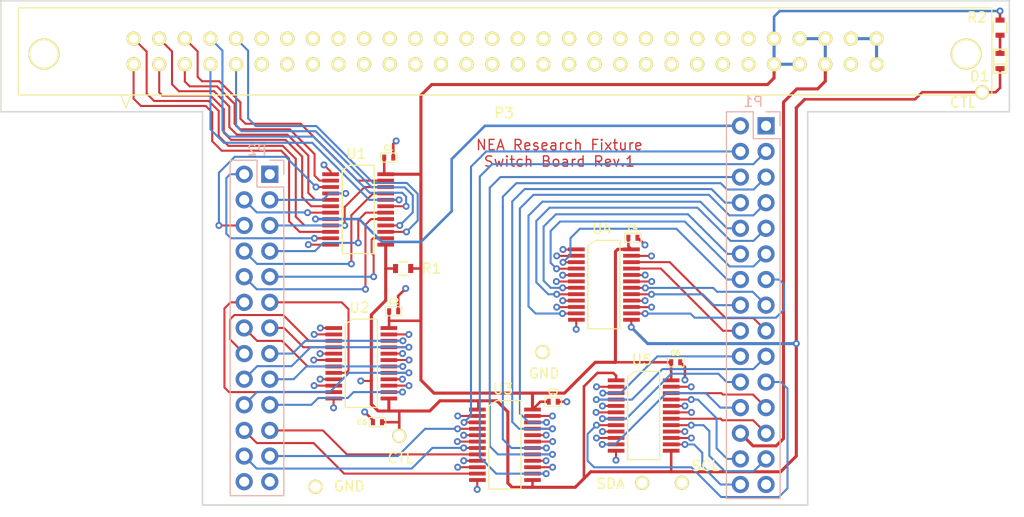
<source format=kicad_pcb>
(kicad_pcb (version 4) (host pcbnew 4.0.1-stable)
  (title_block (title "CSS118, Parking Meter PCB") (date 2016-07-25) (rev 7A) (company "Custom Silicon Solutions, Inc."))
  (layers (0 F.Cu signal) (1 In1.Cu signal hide) (2 In2.Cu signal) (31 B.Cu signal) (34 B.Paste user) (35 F.Paste user) (36 B.SilkS user) (37 F.SilkS user) (38 B.Mask user) (39 F.Mask user) (44 Edge.Cuts user))
  (net 0 "")
  (net 1 /MID1)
  (net 2 /MID2)
  (net 3 /A1)
  (net 4 /A2)
  (net 5 /B1)
  (net 6 /B2)
  (net 7 /LED1)
  (net 8 GND)
  (net 9 /LED2)
  (net 10 /C1)
  (net 11 /C2)
  (net 12 /D1)
  (net 13 /D2)
  (net 14 /E1)
  (net 15 /E2)
  (net 16 /F1)
  (net 17 /F2)
  (net 18 /G1)
  (net 19 /G2)
  (net 20 /H1)
  (net 21 /H2)
  (net 22 /I1)
  (net 23 /I2)
  (net 24 /J1)
  (net 25 /J2)
  (net 26 /K1)
  (net 27 /K2)
  (net 28 /L1)
  (net 29 /L2)
  (net 30 /M1)
  (net 31 /M2)
  (net 32 /N1)
  (net 33 /N2)
  (net 34 /O1)
  (net 35 /O2)
  (net 36 /P1)
  (net 37 /P2)
  (net 38 /Q1)
  (net 39 /Q2)
  (net 40 /R1)
  (net 41 /R2)
  (net 42 /S1)
  (net 43 /S2)
  (net 44 /T1)
  (net 45 /T2)
  (net 46 /U1)
  (net 47 /U2)
  (net 48 /V1)
  (net 49 /V2)
  (net 50 /SDA)
  (net 51 /SCL)
  (net 52 /3V3)
  (net 53 "Net-(P2-Pad1)")
  (net 54 "Net-(P1-Pad1)")
  (net 55 "Net-(P2-Pad25)")
  (net 56 "Net-(P2-Pad26)")
  (net 57 /MID1_SW)
  (net 58 /MID2_SW)
  (net 59 /A1_SW)
  (net 60 /A2_SW)
  (net 61 /B1_SW)
  (net 62 /B2_SW)
  (net 63 /C1_SW)
  (net 64 /C2_SW)
  (net 65 /D1_SW)
  (net 66 /D2_SW)
  (net 67 /E1_SW)
  (net 68 /E2_SW)
  (net 69 /F1_SW)
  (net 70 /F2_SW)
  (net 71 /G1_SW)
  (net 72 /G2_SW)
  (net 73 /H1_SW)
  (net 74 /H2_SW)
  (net 75 /I1_SW)
  (net 76 /I2_SW)
  (net 77 /J1_SW)
  (net 78 /J2_SW)
  (net 79 /K1_SW)
  (net 80 /K2_SW)
  (net 81 /L1_SW)
  (net 82 /L2_SW)
  (net 83 /M1_SW)
  (net 84 /M2_SW)
  (net 85 /N1_SW)
  (net 86 /N2_SW)
  (net 87 /O1_SW)
  (net 88 /O2_SW)
  (net 89 /P1_SW)
  (net 90 /P2_SW)
  (net 91 /Q1_SW)
  (net 92 /Q2_SW)
  (net 93 /R1_SW)
  (net 94 /R2_SW)
  (net 95 /S1_SW)
  (net 96 /S2_SW)
  (net 97 /T1_SW)
  (net 98 /T2_SW)
  (net 99 /U1_SW)
  (net 100 /U2_SW)
  (net 101 /V1_SW)
  (net 102 /V2_SW)
  (net 103 /LED1_SW)
  (net 104 /LED2_SW)
  (net 105 /SDA_SW)
  (net 106 /SCL_SW)
  (net 107 /5V)
  (net 108 /CTL)
  (net 109 "Net-(P3-Pad57)")
  (net 110 "Net-(D1-Pad1)")
  (module footprints_on_Cdrive:QSOP-24 (layer F.Cu) (at -17.2974 -12.8016 270)
    (fp_text reference U1 (at -2.032 -2.54 360) (layer F.SilkS))
    (fp_text value QS4A110)
    (pad 1 smd rect (at 0 0 270) (size 0.381 1.651) (layers F.Cu F.Paste F.Mask) (net 108 /CTL))
    (pad 2 smd rect (at 0.635 0 270) (size 0.381 1.651) (layers F.Cu F.Paste F.Mask) (net 61 /B1_SW))
    (pad 3 smd rect (at 1.27 0 270) (size 0.381 1.651) (layers F.Cu F.Paste F.Mask) (net 5 /B1))
    (pad 4 smd rect (at 1.905 0 270) (size 0.381 1.651) (layers F.Cu F.Paste F.Mask) (net 4 /A2))
    (pad 5 smd rect (at 2.54 0 270) (size 0.381 1.651) (layers F.Cu F.Paste F.Mask) (net 60 /A2_SW))
    (pad 6 smd rect (at 3.175 0 270) (size 0.381 1.651) (layers F.Cu F.Paste F.Mask) (net 59 /A1_SW))
    (pad 7 smd rect (at 3.81 0 270) (size 0.381 1.651) (layers F.Cu F.Paste F.Mask) (net 3 /A1))
    (pad 8 smd rect (at 4.445 0 270) (size 0.381 1.651) (layers F.Cu F.Paste F.Mask) (net 2 /MID2))
    (pad 9 smd rect (at 5.08 0 270) (size 0.381 1.651) (layers F.Cu F.Paste F.Mask) (net 58 /MID2_SW))
    (pad 10 smd rect (at 5.715 0 270) (size 0.381 1.651) (layers F.Cu F.Paste F.Mask) (net 57 /MID1_SW))
    (pad 11 smd rect (at 6.35 0 270) (size 0.381 1.651) (layers F.Cu F.Paste F.Mask) (net 1 /MID1))
    (pad 12 smd rect (at 6.985 0 270) (size 0.381 1.651) (layers F.Cu F.Paste F.Mask) (net 8 GND))
    (pad 13 smd rect (at 6.985 -5.461 270) (size 0.381 1.651) (layers F.Cu F.Paste F.Mask) (net 108 /CTL))
    (pad 14 smd rect (at 6.35 -5.461 270) (size 0.381 1.651) (layers F.Cu F.Paste F.Mask) (net 13 /D2))
    (pad 15 smd rect (at 5.715 -5.461 270) (size 0.381 1.651) (layers F.Cu F.Paste F.Mask) (net 66 /D2_SW))
    (pad 16 smd rect (at 5.08 -5.461 270) (size 0.381 1.651) (layers F.Cu F.Paste F.Mask) (net 65 /D1_SW))
    (pad 17 smd rect (at 4.445 -5.461 270) (size 0.381 1.651) (layers F.Cu F.Paste F.Mask) (net 12 /D1))
    (pad 18 smd rect (at 3.81 -5.461 270) (size 0.381 1.651) (layers F.Cu F.Paste F.Mask) (net 11 /C2))
    (pad 19 smd rect (at 3.175 -5.461 270) (size 0.381 1.651) (layers F.Cu F.Paste F.Mask) (net 64 /C2_SW))
    (pad 20 smd rect (at 2.54 -5.461 270) (size 0.381 1.651) (layers F.Cu F.Paste F.Mask) (net 63 /C1_SW))
    (pad 21 smd rect (at 1.905 -5.461 270) (size 0.381 1.651) (layers F.Cu F.Paste F.Mask) (net 10 /C1))
    (pad 22 smd rect (at 1.27 -5.461 270) (size 0.381 1.651) (layers F.Cu F.Paste F.Mask) (net 6 /B2))
    (pad 23 smd rect (at 0.635 -5.461 270) (size 0.381 1.651) (layers F.Cu F.Paste F.Mask) (net 62 /B2_SW))
    (pad 24 smd rect (at 0 -5.461 270) (size 0.381 1.651) (layers F.Cu F.Paste F.Mask) (net 107 /5V))
  )
  (module footprints_on_Cdrive:HDR_2x30_F_latch (layer F.Cu) (at 0 -24.9746)
    (fp_text reference P3 (at -0.1016 6.1024) (layer F.SilkS))
    (fp_text value CONN_02X30)
    (pad 1 thru_hole circle (at -36.83 1.27) (size 1.397 1.397) (drill 0.889) (layers *.Cu *.Mask F.SilkS) (net 57 /MID1_SW))
    (pad 2 thru_hole circle (at -36.83 -1.27) (size 1.397 1.397) (drill 0.889) (layers *.Cu *.Mask F.SilkS) (net 58 /MID2_SW))
    (pad 3 thru_hole circle (at -34.29 1.27) (size 1.397 1.397) (drill 0.889) (layers *.Cu *.Mask F.SilkS) (net 59 /A1_SW))
    (pad 4 thru_hole circle (at -34.29 -1.27) (size 1.397 1.397) (drill 0.889) (layers *.Cu *.Mask F.SilkS) (net 60 /A2_SW))
    (pad 5 thru_hole circle (at -31.75 1.27) (size 1.397 1.397) (drill 0.889) (layers *.Cu *.Mask F.SilkS) (net 61 /B1_SW))
    (pad 6 thru_hole circle (at -31.75 -1.27) (size 1.397 1.397) (drill 0.889) (layers *.Cu *.Mask F.SilkS) (net 62 /B2_SW))
    (pad 7 thru_hole circle (at -29.21 1.27) (size 1.397 1.397) (drill 0.889) (layers *.Cu *.Mask F.SilkS) (net 63 /C1_SW))
    (pad 8 thru_hole circle (at -29.21 -1.27) (size 1.397 1.397) (drill 0.889) (layers *.Cu *.Mask F.SilkS) (net 64 /C2_SW))
    (pad 9 thru_hole circle (at -26.67 1.27) (size 1.397 1.397) (drill 0.889) (layers *.Cu *.Mask F.SilkS) (net 65 /D1_SW))
    (pad 10 thru_hole circle (at -26.67 -1.27) (size 1.397 1.397) (drill 0.889) (layers *.Cu *.Mask F.SilkS) (net 66 /D2_SW))
    (pad 11 thru_hole circle (at -24.13 1.27) (size 1.397 1.397) (drill 0.889) (layers *.Cu *.Mask F.SilkS) (net 67 /E1_SW))
    (pad 12 thru_hole circle (at -24.13 -1.27) (size 1.397 1.397) (drill 0.889) (layers *.Cu *.Mask F.SilkS) (net 68 /E2_SW))
    (pad 13 thru_hole circle (at -21.59 1.27) (size 1.397 1.397) (drill 0.889) (layers *.Cu *.Mask F.SilkS) (net 69 /F1_SW))
    (pad 14 thru_hole circle (at -21.59 -1.27) (size 1.397 1.397) (drill 0.889) (layers *.Cu *.Mask F.SilkS) (net 70 /F2_SW))
    (pad 15 thru_hole circle (at -19.05 1.27) (size 1.397 1.397) (drill 0.889) (layers *.Cu *.Mask F.SilkS) (net 71 /G1_SW))
    (pad 16 thru_hole circle (at -19.05 -1.27) (size 1.397 1.397) (drill 0.889) (layers *.Cu *.Mask F.SilkS) (net 72 /G2_SW))
    (pad 17 thru_hole circle (at -16.51 1.27) (size 1.397 1.397) (drill 0.889) (layers *.Cu *.Mask F.SilkS) (net 73 /H1_SW))
    (pad 18 thru_hole circle (at -16.51 -1.27) (size 1.397 1.397) (drill 0.889) (layers *.Cu *.Mask F.SilkS) (net 74 /H2_SW))
    (pad 19 thru_hole circle (at -13.97 1.27) (size 1.397 1.397) (drill 0.889) (layers *.Cu *.Mask F.SilkS) (net 75 /I1_SW))
    (pad 20 thru_hole circle (at -13.97 -1.27) (size 1.397 1.397) (drill 0.889) (layers *.Cu *.Mask F.SilkS) (net 76 /I2_SW))
    (pad 21 thru_hole circle (at -11.43 1.27) (size 1.397 1.397) (drill 0.889) (layers *.Cu *.Mask F.SilkS) (net 77 /J1_SW))
    (pad 22 thru_hole circle (at -11.43 -1.27) (size 1.397 1.397) (drill 0.889) (layers *.Cu *.Mask F.SilkS) (net 78 /J2_SW))
    (pad 23 thru_hole circle (at -8.89 1.27) (size 1.397 1.397) (drill 0.889) (layers *.Cu *.Mask F.SilkS) (net 79 /K1_SW))
    (pad 24 thru_hole circle (at -8.89 -1.27) (size 1.397 1.397) (drill 0.889) (layers *.Cu *.Mask F.SilkS) (net 80 /K2_SW))
    (pad 25 thru_hole circle (at -6.35 1.27) (size 1.397 1.397) (drill 0.889) (layers *.Cu *.Mask F.SilkS) (net 81 /L1_SW))
    (pad 26 thru_hole circle (at -6.35 -1.27) (size 1.397 1.397) (drill 0.889) (layers *.Cu *.Mask F.SilkS) (net 82 /L2_SW))
    (pad 27 thru_hole circle (at -3.81 1.27) (size 1.397 1.397) (drill 0.889) (layers *.Cu *.Mask F.SilkS) (net 83 /M1_SW))
    (pad 28 thru_hole circle (at -3.81 -1.27) (size 1.397 1.397) (drill 0.889) (layers *.Cu *.Mask F.SilkS) (net 84 /M2_SW))
    (pad 29 thru_hole circle (at -1.27 1.27) (size 1.397 1.397) (drill 0.889) (layers *.Cu *.Mask F.SilkS) (net 85 /N1_SW))
    (pad 30 thru_hole circle (at -1.27 -1.27) (size 1.397 1.397) (drill 0.889) (layers *.Cu *.Mask F.SilkS) (net 86 /N2_SW))
    (pad 31 thru_hole circle (at 1.27 1.27) (size 1.397 1.397) (drill 0.889) (layers *.Cu *.Mask F.SilkS) (net 87 /O1_SW))
    (pad 32 thru_hole circle (at 1.27 -1.27) (size 1.397 1.397) (drill 0.889) (layers *.Cu *.Mask F.SilkS) (net 88 /O2_SW))
    (pad 33 thru_hole circle (at 3.81 1.27) (size 1.397 1.397) (drill 0.889) (layers *.Cu *.Mask F.SilkS) (net 89 /P1_SW))
    (pad 34 thru_hole circle (at 3.81 -1.27) (size 1.397 1.397) (drill 0.889) (layers *.Cu *.Mask F.SilkS) (net 90 /P2_SW))
    (pad 35 thru_hole circle (at 6.35 1.27) (size 1.397 1.397) (drill 0.889) (layers *.Cu *.Mask F.SilkS) (net 91 /Q1_SW))
    (pad 36 thru_hole circle (at 6.35 -1.27) (size 1.397 1.397) (drill 0.889) (layers *.Cu *.Mask F.SilkS) (net 92 /Q2_SW))
    (pad 37 thru_hole circle (at 8.89 1.27) (size 1.397 1.397) (drill 0.889) (layers *.Cu *.Mask F.SilkS) (net 93 /R1_SW))
    (pad 38 thru_hole circle (at 8.89 -1.27) (size 1.397 1.397) (drill 0.889) (layers *.Cu *.Mask F.SilkS) (net 94 /R2_SW))
    (pad 39 thru_hole circle (at 11.43 1.27) (size 1.397 1.397) (drill 0.889) (layers *.Cu *.Mask F.SilkS) (net 95 /S1_SW))
    (pad 40 thru_hole circle (at 11.43 -1.27) (size 1.397 1.397) (drill 0.889) (layers *.Cu *.Mask F.SilkS) (net 96 /S2_SW))
    (pad 41 thru_hole circle (at 13.97 1.27) (size 1.397 1.397) (drill 0.889) (layers *.Cu *.Mask F.SilkS) (net 97 /T1_SW))
    (pad 42 thru_hole circle (at 13.97 -1.27) (size 1.397 1.397) (drill 0.889) (layers *.Cu *.Mask F.SilkS) (net 98 /T2_SW))
    (pad 43 thru_hole circle (at 16.51 1.27) (size 1.397 1.397) (drill 0.889) (layers *.Cu *.Mask F.SilkS) (net 99 /U1_SW))
    (pad 44 thru_hole circle (at 16.51 -1.27) (size 1.397 1.397) (drill 0.889) (layers *.Cu *.Mask F.SilkS) (net 100 /U2_SW))
    (pad 45 thru_hole circle (at 19.05 1.27) (size 1.397 1.397) (drill 0.889) (layers *.Cu *.Mask F.SilkS) (net 101 /V1_SW))
    (pad 46 thru_hole circle (at 19.05 -1.27) (size 1.397 1.397) (drill 0.889) (layers *.Cu *.Mask F.SilkS) (net 102 /V2_SW))
    (pad 47 thru_hole circle (at 21.59 1.27) (size 1.397 1.397) (drill 0.889) (layers *.Cu *.Mask F.SilkS) (net 103 /LED1_SW))
    (pad 48 thru_hole circle (at 21.59 -1.27) (size 1.397 1.397) (drill 0.889) (layers *.Cu *.Mask F.SilkS) (net 104 /LED2_SW))
    (pad 49 thru_hole circle (at 24.13 1.27) (size 1.397 1.397) (drill 0.889) (layers *.Cu *.Mask F.SilkS) (net 105 /SDA_SW))
    (pad 50 thru_hole circle (at 24.13 -1.27) (size 1.397 1.397) (drill 0.889) (layers *.Cu *.Mask F.SilkS) (net 106 /SCL_SW))
    (pad 51 thru_hole circle (at 26.67 1.27) (size 1.397 1.397) (drill 0.889) (layers *.Cu *.Mask F.SilkS) (net 107 /5V))
    (pad 52 thru_hole circle (at 26.67 -1.27) (size 1.397 1.397) (drill 0.889) (layers *.Cu *.Mask F.SilkS) (net 107 /5V))
    (pad 53 thru_hole circle (at 29.21 1.27) (size 1.397 1.397) (drill 0.889) (layers *.Cu *.Mask F.SilkS) (net 107 /5V))
    (pad 54 thru_hole circle (at 29.21 -1.27) (size 1.397 1.397) (drill 0.889) (layers *.Cu *.Mask F.SilkS) (net 52 /3V3))
    (pad 55 thru_hole circle (at 31.75 1.27) (size 1.397 1.397) (drill 0.889) (layers *.Cu *.Mask F.SilkS) (net 52 /3V3))
    (pad 56 thru_hole circle (at 31.75 -1.27) (size 1.397 1.397) (drill 0.889) (layers *.Cu *.Mask F.SilkS) (net 52 /3V3))
    (pad 57 thru_hole circle (at 34.29 1.27) (size 1.397 1.397) (drill 0.889) (layers *.Cu *.Mask F.SilkS) (net 109 "Net-(P3-Pad57)"))
    (pad 58 thru_hole circle (at 34.29 -1.27) (size 1.397 1.397) (drill 0.889) (layers *.Cu *.Mask F.SilkS) (net 8 GND))
    (pad 59 thru_hole circle (at 36.83 1.27) (size 1.397 1.397) (drill 0.889) (layers *.Cu *.Mask F.SilkS) (net 8 GND))
    (pad 60 thru_hole circle (at 36.83 -1.27) (size 1.397 1.397) (drill 0.889) (layers *.Cu *.Mask F.SilkS) (net 8 GND))
    (pad 0 thru_hole circle (at 45.72 0.254) (size 3.048 3.048) (drill 2.6924) (layers *.Cu *.Mask F.SilkS))
    (pad 0 thru_hole circle (at -45.72 0.254) (size 3.048 3.048) (drill 2.6924) (layers *.Cu *.Mask F.SilkS))
  )
  (module footprints_on_Cdrive:QSOP-24 (layer F.Cu) (at -16.98244 2.44856 270)
    (fp_text reference U2 (at -2.032 -2.54 360) (layer F.SilkS))
    (fp_text value QS4A110)
    (pad 1 smd rect (at 0 0 270) (size 0.381 1.651) (layers F.Cu F.Paste F.Mask) (net 108 /CTL))
    (pad 2 smd rect (at 0.635 0 270) (size 0.381 1.651) (layers F.Cu F.Paste F.Mask) (net 71 /G1_SW))
    (pad 3 smd rect (at 1.27 0 270) (size 0.381 1.651) (layers F.Cu F.Paste F.Mask) (net 18 /G1))
    (pad 4 smd rect (at 1.905 0 270) (size 0.381 1.651) (layers F.Cu F.Paste F.Mask) (net 17 /F2))
    (pad 5 smd rect (at 2.54 0 270) (size 0.381 1.651) (layers F.Cu F.Paste F.Mask) (net 70 /F2_SW))
    (pad 6 smd rect (at 3.175 0 270) (size 0.381 1.651) (layers F.Cu F.Paste F.Mask) (net 69 /F1_SW))
    (pad 7 smd rect (at 3.81 0 270) (size 0.381 1.651) (layers F.Cu F.Paste F.Mask) (net 16 /F1))
    (pad 8 smd rect (at 4.445 0 270) (size 0.381 1.651) (layers F.Cu F.Paste F.Mask) (net 15 /E2))
    (pad 9 smd rect (at 5.08 0 270) (size 0.381 1.651) (layers F.Cu F.Paste F.Mask) (net 68 /E2_SW))
    (pad 10 smd rect (at 5.715 0 270) (size 0.381 1.651) (layers F.Cu F.Paste F.Mask) (net 67 /E1_SW))
    (pad 11 smd rect (at 6.35 0 270) (size 0.381 1.651) (layers F.Cu F.Paste F.Mask) (net 14 /E1))
    (pad 12 smd rect (at 6.985 0 270) (size 0.381 1.651) (layers F.Cu F.Paste F.Mask) (net 8 GND))
    (pad 13 smd rect (at 6.985 -5.461 270) (size 0.381 1.651) (layers F.Cu F.Paste F.Mask) (net 108 /CTL))
    (pad 14 smd rect (at 6.35 -5.461 270) (size 0.381 1.651) (layers F.Cu F.Paste F.Mask) (net 23 /I2))
    (pad 15 smd rect (at 5.715 -5.461 270) (size 0.381 1.651) (layers F.Cu F.Paste F.Mask) (net 76 /I2_SW))
    (pad 16 smd rect (at 5.08 -5.461 270) (size 0.381 1.651) (layers F.Cu F.Paste F.Mask) (net 75 /I1_SW))
    (pad 17 smd rect (at 4.445 -5.461 270) (size 0.381 1.651) (layers F.Cu F.Paste F.Mask) (net 22 /I1))
    (pad 18 smd rect (at 3.81 -5.461 270) (size 0.381 1.651) (layers F.Cu F.Paste F.Mask) (net 21 /H2))
    (pad 19 smd rect (at 3.175 -5.461 270) (size 0.381 1.651) (layers F.Cu F.Paste F.Mask) (net 74 /H2_SW))
    (pad 20 smd rect (at 2.54 -5.461 270) (size 0.381 1.651) (layers F.Cu F.Paste F.Mask) (net 73 /H1_SW))
    (pad 21 smd rect (at 1.905 -5.461 270) (size 0.381 1.651) (layers F.Cu F.Paste F.Mask) (net 20 /H1))
    (pad 22 smd rect (at 1.27 -5.461 270) (size 0.381 1.651) (layers F.Cu F.Paste F.Mask) (net 19 /G2))
    (pad 23 smd rect (at 0.635 -5.461 270) (size 0.381 1.651) (layers F.Cu F.Paste F.Mask) (net 72 /G2_SW))
    (pad 24 smd rect (at 0 -5.461 270) (size 0.381 1.651) (layers F.Cu F.Paste F.Mask) (net 107 /5V))
  )
  (module footprints_on_Cdrive:QSOP-24 (layer F.Cu) (at -2.7432 10.53084 270)
    (fp_text reference U3 (at -2.032 -2.54 360) (layer F.SilkS))
    (fp_text value QS4A110)
    (pad 1 smd rect (at 0 0 270) (size 0.381 1.651) (layers F.Cu F.Paste F.Mask) (net 108 /CTL))
    (pad 2 smd rect (at 0.635 0 270) (size 0.381 1.651) (layers F.Cu F.Paste F.Mask) (net 81 /L1_SW))
    (pad 3 smd rect (at 1.27 0 270) (size 0.381 1.651) (layers F.Cu F.Paste F.Mask) (net 28 /L1))
    (pad 4 smd rect (at 1.905 0 270) (size 0.381 1.651) (layers F.Cu F.Paste F.Mask) (net 27 /K2))
    (pad 5 smd rect (at 2.54 0 270) (size 0.381 1.651) (layers F.Cu F.Paste F.Mask) (net 80 /K2_SW))
    (pad 6 smd rect (at 3.175 0 270) (size 0.381 1.651) (layers F.Cu F.Paste F.Mask) (net 79 /K1_SW))
    (pad 7 smd rect (at 3.81 0 270) (size 0.381 1.651) (layers F.Cu F.Paste F.Mask) (net 26 /K1))
    (pad 8 smd rect (at 4.445 0 270) (size 0.381 1.651) (layers F.Cu F.Paste F.Mask) (net 25 /J2))
    (pad 9 smd rect (at 5.08 0 270) (size 0.381 1.651) (layers F.Cu F.Paste F.Mask) (net 78 /J2_SW))
    (pad 10 smd rect (at 5.715 0 270) (size 0.381 1.651) (layers F.Cu F.Paste F.Mask) (net 77 /J1_SW))
    (pad 11 smd rect (at 6.35 0 270) (size 0.381 1.651) (layers F.Cu F.Paste F.Mask) (net 24 /J1))
    (pad 12 smd rect (at 6.985 0 270) (size 0.381 1.651) (layers F.Cu F.Paste F.Mask) (net 8 GND))
    (pad 13 smd rect (at 6.985 -5.461 270) (size 0.381 1.651) (layers F.Cu F.Paste F.Mask) (net 108 /CTL))
    (pad 14 smd rect (at 6.35 -5.461 270) (size 0.381 1.651) (layers F.Cu F.Paste F.Mask) (net 29 /L2))
    (pad 15 smd rect (at 5.715 -5.461 270) (size 0.381 1.651) (layers F.Cu F.Paste F.Mask) (net 82 /L2_SW))
    (pad 16 smd rect (at 5.08 -5.461 270) (size 0.381 1.651) (layers F.Cu F.Paste F.Mask) (net 83 /M1_SW))
    (pad 17 smd rect (at 4.445 -5.461 270) (size 0.381 1.651) (layers F.Cu F.Paste F.Mask) (net 30 /M1))
    (pad 18 smd rect (at 3.81 -5.461 270) (size 0.381 1.651) (layers F.Cu F.Paste F.Mask) (net 31 /M2))
    (pad 19 smd rect (at 3.175 -5.461 270) (size 0.381 1.651) (layers F.Cu F.Paste F.Mask) (net 84 /M2_SW))
    (pad 20 smd rect (at 2.54 -5.461 270) (size 0.381 1.651) (layers F.Cu F.Paste F.Mask) (net 85 /N1_SW))
    (pad 21 smd rect (at 1.905 -5.461 270) (size 0.381 1.651) (layers F.Cu F.Paste F.Mask) (net 32 /N1))
    (pad 22 smd rect (at 1.27 -5.461 270) (size 0.381 1.651) (layers F.Cu F.Paste F.Mask) (net 33 /N2))
    (pad 23 smd rect (at 0.635 -5.461 270) (size 0.381 1.651) (layers F.Cu F.Paste F.Mask) (net 86 /N2_SW))
    (pad 24 smd rect (at 0 -5.461 270) (size 0.381 1.651) (layers F.Cu F.Paste F.Mask) (net 107 /5V))
  )
  (module footprints_on_Cdrive:QSOP-24 (layer F.Cu) (at 7.07136 -5.35432 270)
    (fp_text reference U4 (at -2.032 -2.54 360) (layer F.SilkS))
    (fp_text value QS4A110)
    (pad 1 smd rect (at 0 0 270) (size 0.381 1.651) (layers F.Cu F.Paste F.Mask) (net 108 /CTL))
    (pad 2 smd rect (at 0.635 0 270) (size 0.381 1.651) (layers F.Cu F.Paste F.Mask) (net 91 /Q1_SW))
    (pad 3 smd rect (at 1.27 0 270) (size 0.381 1.651) (layers F.Cu F.Paste F.Mask) (net 38 /Q1))
    (pad 4 smd rect (at 1.905 0 270) (size 0.381 1.651) (layers F.Cu F.Paste F.Mask) (net 37 /P2))
    (pad 5 smd rect (at 2.54 0 270) (size 0.381 1.651) (layers F.Cu F.Paste F.Mask) (net 90 /P2_SW))
    (pad 6 smd rect (at 3.175 0 270) (size 0.381 1.651) (layers F.Cu F.Paste F.Mask) (net 89 /P1_SW))
    (pad 7 smd rect (at 3.81 0 270) (size 0.381 1.651) (layers F.Cu F.Paste F.Mask) (net 36 /P1))
    (pad 8 smd rect (at 4.445 0 270) (size 0.381 1.651) (layers F.Cu F.Paste F.Mask) (net 35 /O2))
    (pad 9 smd rect (at 5.08 0 270) (size 0.381 1.651) (layers F.Cu F.Paste F.Mask) (net 88 /O2_SW))
    (pad 10 smd rect (at 5.715 0 270) (size 0.381 1.651) (layers F.Cu F.Paste F.Mask) (net 87 /O1_SW))
    (pad 11 smd rect (at 6.35 0 270) (size 0.381 1.651) (layers F.Cu F.Paste F.Mask) (net 34 /O1))
    (pad 12 smd rect (at 6.985 0 270) (size 0.381 1.651) (layers F.Cu F.Paste F.Mask) (net 8 GND))
    (pad 13 smd rect (at 6.985 -5.461 270) (size 0.381 1.651) (layers F.Cu F.Paste F.Mask) (net 108 /CTL))
    (pad 14 smd rect (at 6.35 -5.461 270) (size 0.381 1.651) (layers F.Cu F.Paste F.Mask) (net 39 /Q2))
    (pad 15 smd rect (at 5.715 -5.461 270) (size 0.381 1.651) (layers F.Cu F.Paste F.Mask) (net 92 /Q2_SW))
    (pad 16 smd rect (at 5.08 -5.461 270) (size 0.381 1.651) (layers F.Cu F.Paste F.Mask) (net 93 /R1_SW))
    (pad 17 smd rect (at 4.445 -5.461 270) (size 0.381 1.651) (layers F.Cu F.Paste F.Mask) (net 40 /R1))
    (pad 18 smd rect (at 3.81 -5.461 270) (size 0.381 1.651) (layers F.Cu F.Paste F.Mask) (net 41 /R2))
    (pad 19 smd rect (at 3.175 -5.461 270) (size 0.381 1.651) (layers F.Cu F.Paste F.Mask) (net 94 /R2_SW))
    (pad 20 smd rect (at 2.54 -5.461 270) (size 0.381 1.651) (layers F.Cu F.Paste F.Mask) (net 95 /S1_SW))
    (pad 21 smd rect (at 1.905 -5.461 270) (size 0.381 1.651) (layers F.Cu F.Paste F.Mask) (net 42 /S1))
    (pad 22 smd rect (at 1.27 -5.461 270) (size 0.381 1.651) (layers F.Cu F.Paste F.Mask) (net 43 /S2))
    (pad 23 smd rect (at 0.635 -5.461 270) (size 0.381 1.651) (layers F.Cu F.Paste F.Mask) (net 96 /S2_SW))
    (pad 24 smd rect (at 0 -5.461 270) (size 0.381 1.651) (layers F.Cu F.Paste F.Mask) (net 107 /5V))
  )
  (module footprints_on_Cdrive:QSOP-24 (layer F.Cu) (at 11.00836 7.63016 270)
    (fp_text reference U5 (at -2.032 -2.54 360) (layer F.SilkS))
    (fp_text value QS4A110)
    (pad 1 smd rect (at 0 0 270) (size 0.381 1.651) (layers F.Cu F.Paste F.Mask) (net 108 /CTL))
    (pad 2 smd rect (at 0.635 0 270) (size 0.381 1.651) (layers F.Cu F.Paste F.Mask) (net 97 /T1_SW))
    (pad 3 smd rect (at 1.27 0 270) (size 0.381 1.651) (layers F.Cu F.Paste F.Mask) (net 44 /T1))
    (pad 4 smd rect (at 1.905 0 270) (size 0.381 1.651) (layers F.Cu F.Paste F.Mask) (net 45 /T2))
    (pad 5 smd rect (at 2.54 0 270) (size 0.381 1.651) (layers F.Cu F.Paste F.Mask) (net 98 /T2_SW))
    (pad 6 smd rect (at 3.175 0 270) (size 0.381 1.651) (layers F.Cu F.Paste F.Mask) (net 99 /U1_SW))
    (pad 7 smd rect (at 3.81 0 270) (size 0.381 1.651) (layers F.Cu F.Paste F.Mask) (net 46 /U1))
    (pad 8 smd rect (at 4.445 0 270) (size 0.381 1.651) (layers F.Cu F.Paste F.Mask) (net 47 /U2))
    (pad 9 smd rect (at 5.08 0 270) (size 0.381 1.651) (layers F.Cu F.Paste F.Mask) (net 100 /U2_SW))
    (pad 10 smd rect (at 5.715 0 270) (size 0.381 1.651) (layers F.Cu F.Paste F.Mask) (net 101 /V1_SW))
    (pad 11 smd rect (at 6.35 0 270) (size 0.381 1.651) (layers F.Cu F.Paste F.Mask) (net 48 /V1))
    (pad 12 smd rect (at 6.985 0 270) (size 0.381 1.651) (layers F.Cu F.Paste F.Mask) (net 8 GND))
    (pad 13 smd rect (at 6.985 -5.461 270) (size 0.381 1.651) (layers F.Cu F.Paste F.Mask) (net 108 /CTL))
    (pad 14 smd rect (at 6.35 -5.461 270) (size 0.381 1.651) (layers F.Cu F.Paste F.Mask) (net 51 /SCL))
    (pad 15 smd rect (at 5.715 -5.461 270) (size 0.381 1.651) (layers F.Cu F.Paste F.Mask) (net 106 /SCL_SW))
    (pad 16 smd rect (at 5.08 -5.461 270) (size 0.381 1.651) (layers F.Cu F.Paste F.Mask) (net 105 /SDA_SW))
    (pad 17 smd rect (at 4.445 -5.461 270) (size 0.381 1.651) (layers F.Cu F.Paste F.Mask) (net 50 /SDA))
    (pad 18 smd rect (at 3.81 -5.461 270) (size 0.381 1.651) (layers F.Cu F.Paste F.Mask) (net 9 /LED2))
    (pad 19 smd rect (at 3.175 -5.461 270) (size 0.381 1.651) (layers F.Cu F.Paste F.Mask) (net 104 /LED2_SW))
    (pad 20 smd rect (at 2.54 -5.461 270) (size 0.381 1.651) (layers F.Cu F.Paste F.Mask) (net 103 /LED1_SW))
    (pad 21 smd rect (at 1.905 -5.461 270) (size 0.381 1.651) (layers F.Cu F.Paste F.Mask) (net 7 /LED1))
    (pad 22 smd rect (at 1.27 -5.461 270) (size 0.381 1.651) (layers F.Cu F.Paste F.Mask) (net 49 /V2))
    (pad 23 smd rect (at 0.635 -5.461 270) (size 0.381 1.651) (layers F.Cu F.Paste F.Mask) (net 102 /V2_SW))
    (pad 24 smd rect (at 0 -5.461 270) (size 0.381 1.651) (layers F.Cu F.Paste F.Mask) (net 107 /5V))
  )
  (module footprints_on_Cdrive:0402 (layer F.Cu) (at -11.5316 -14.4526 180)
    (fp_text reference C1 (at 0.0254 0.9652 180) (layer F.SilkS) (effects (font (size 0.5 0.5) (thickness 0.125))))
    (fp_text value 0.1uF)
    (pad 1 smd rect (at 0.45 0 180) (size 0.4 0.6) (layers F.Cu F.Paste F.Mask) (net 107 /5V))
    (pad 2 smd rect (at -0.45 0 180) (size 0.4 0.6) (layers F.Cu F.Paste F.Mask) (net 8 GND))
  )
  (module footprints_on_Cdrive:0402 (layer F.Cu) (at -11.049 0.7874 180)
    (fp_text reference C2 (at -0.0254 0.9652 180) (layer F.SilkS) (effects (font (size 0.5 0.5) (thickness 0.125))))
    (fp_text value 0.1uF)
    (pad 1 smd rect (at 0.45 0 180) (size 0.4 0.6) (layers F.Cu F.Paste F.Mask) (net 107 /5V))
    (pad 2 smd rect (at -0.45 0 180) (size 0.4 0.6) (layers F.Cu F.Paste F.Mask) (net 8 GND))
  )
  (module footprints_on_Cdrive:0402 (layer F.Cu) (at 4.7752 9.7536 180)
    (fp_text reference C3 (at 0.0254 0.9906 180) (layer F.SilkS) (effects (font (size 0.5 0.5) (thickness 0.125))))
    (fp_text value 0.1uF)
    (pad 1 smd rect (at 0.45 0 180) (size 0.4 0.6) (layers F.Cu F.Paste F.Mask) (net 107 /5V))
    (pad 2 smd rect (at -0.45 0 180) (size 0.4 0.6) (layers F.Cu F.Paste F.Mask) (net 8 GND))
  )
  (module footprints_on_Cdrive:0402 (layer F.Cu) (at 12.6746 -6.5024 180)
    (fp_text reference C4 (at 0.0254 0.9652 180) (layer F.SilkS) (effects (font (size 0.5 0.5) (thickness 0.125))))
    (fp_text value 0.1uF)
    (pad 1 smd rect (at 0.45 0 180) (size 0.4 0.6) (layers F.Cu F.Paste F.Mask) (net 107 /5V))
    (pad 2 smd rect (at -0.45 0 180) (size 0.4 0.6) (layers F.Cu F.Paste F.Mask) (net 8 GND))
  )
  (module footprints_on_Cdrive:0402 (layer F.Cu) (at 16.9164 5.842 180)
    (fp_text reference C5 (at 0.0254 0.9144 180) (layer F.SilkS) (effects (font (size 0.5 0.5) (thickness 0.125))))
    (fp_text value 0.1uF)
    (pad 1 smd rect (at 0.45 0 180) (size 0.4 0.6) (layers F.Cu F.Paste F.Mask) (net 107 /5V))
    (pad 2 smd rect (at -0.45 0 180) (size 0.4 0.6) (layers F.Cu F.Paste F.Mask) (net 8 GND))
  )
  (module footprints_on_Cdrive:Pin_Header_Straight_2x15_Pitch2.54mm (layer B.Cu) (at 24.605 0.18 180)
    (fp_text reference P1 (at 0 20.17 180) (layer B.SilkS) (effects (justify mirror)))
    (fp_text value CONN_02X15)
    (pad 1 thru_hole rect (at -1.27 17.78 180) (size 1.7 1.7) (drill 1) (layers *.Cu *.Mask) (net 54 "Net-(P1-Pad1)"))
    (pad 2 thru_hole oval (at 1.27 17.78 180) (size 1.7 1.7) (drill 1) (layers *.Cu *.Mask) (net 2 /MID2))
    (pad 3 thru_hole oval (at -1.27 15.24 180) (size 1.7 1.7) (drill 1) (layers *.Cu *.Mask) (net 29 /L2))
    (pad 4 thru_hole oval (at 1.27 15.24 180) (size 1.7 1.7) (drill 1) (layers *.Cu *.Mask) (net 28 /L1))
    (pad 5 thru_hole oval (at -1.27 12.7 180) (size 1.7 1.7) (drill 1) (layers *.Cu *.Mask) (net 31 /M2))
    (pad 6 thru_hole oval (at 1.27 12.7 180) (size 1.7 1.7) (drill 1) (layers *.Cu *.Mask) (net 30 /M1))
    (pad 7 thru_hole oval (at -1.27 10.16 180) (size 1.7 1.7) (drill 1) (layers *.Cu *.Mask) (net 33 /N2))
    (pad 8 thru_hole oval (at 1.27 10.16 180) (size 1.7 1.7) (drill 1) (layers *.Cu *.Mask) (net 32 /N1))
    (pad 9 thru_hole oval (at -1.27 7.62 180) (size 1.7 1.7) (drill 1) (layers *.Cu *.Mask) (net 35 /O2))
    (pad 10 thru_hole oval (at 1.27 7.62 180) (size 1.7 1.7) (drill 1) (layers *.Cu *.Mask) (net 34 /O1))
    (pad 11 thru_hole oval (at -1.27 5.08 180) (size 1.7 1.7) (drill 1) (layers *.Cu *.Mask) (net 37 /P2))
    (pad 12 thru_hole oval (at 1.27 5.08 180) (size 1.7 1.7) (drill 1) (layers *.Cu *.Mask) (net 36 /P1))
    (pad 13 thru_hole oval (at -1.27 2.54 180) (size 1.7 1.7) (drill 1) (layers *.Cu *.Mask) (net 39 /Q2))
    (pad 14 thru_hole oval (at 1.27 2.54 180) (size 1.7 1.7) (drill 1) (layers *.Cu *.Mask) (net 38 /Q1))
    (pad 15 thru_hole oval (at -1.27 0 180) (size 1.7 1.7) (drill 1) (layers *.Cu *.Mask) (net 41 /R2))
    (pad 16 thru_hole oval (at 1.27 0 180) (size 1.7 1.7) (drill 1) (layers *.Cu *.Mask) (net 40 /R1))
    (pad 17 thru_hole oval (at -1.27 -2.54 180) (size 1.7 1.7) (drill 1) (layers *.Cu *.Mask) (net 43 /S2))
    (pad 18 thru_hole oval (at 1.27 -2.54 180) (size 1.7 1.7) (drill 1) (layers *.Cu *.Mask) (net 42 /S1))
    (pad 19 thru_hole oval (at -1.27 -5.08 180) (size 1.7 1.7) (drill 1) (layers *.Cu *.Mask) (net 45 /T2))
    (pad 20 thru_hole oval (at 1.27 -5.08 180) (size 1.7 1.7) (drill 1) (layers *.Cu *.Mask) (net 44 /T1))
    (pad 21 thru_hole oval (at -1.27 -7.62 180) (size 1.7 1.7) (drill 1) (layers *.Cu *.Mask) (net 47 /U2))
    (pad 22 thru_hole oval (at 1.27 -7.62 180) (size 1.7 1.7) (drill 1) (layers *.Cu *.Mask) (net 46 /U1))
    (pad 23 thru_hole oval (at -1.27 -10.16 180) (size 1.7 1.7) (drill 1) (layers *.Cu *.Mask) (net 49 /V2))
    (pad 24 thru_hole oval (at 1.27 -10.16 180) (size 1.7 1.7) (drill 1) (layers *.Cu *.Mask) (net 48 /V1))
    (pad 25 thru_hole oval (at -1.27 -12.7 180) (size 1.7 1.7) (drill 1) (layers *.Cu *.Mask) (net 9 /LED2))
    (pad 26 thru_hole oval (at 1.27 -12.7 180) (size 1.7 1.7) (drill 1) (layers *.Cu *.Mask) (net 52 /3V3))
    (pad 27 thru_hole oval (at -1.27 -15.24 180) (size 1.7 1.7) (drill 1) (layers *.Cu *.Mask) (net 50 /SDA))
    (pad 28 thru_hole oval (at 1.27 -15.24 180) (size 1.7 1.7) (drill 1) (layers *.Cu *.Mask) (net 7 /LED1))
    (pad 29 thru_hole oval (at -1.27 -17.78 180) (size 1.7 1.7) (drill 1) (layers *.Cu *.Mask) (net 8 GND))
    (pad 30 thru_hole oval (at 1.27 -17.78 180) (size 1.7 1.7) (drill 1) (layers *.Cu *.Mask) (net 51 /SCL))
  )
  (module footprints_on_Cdrive:Pin_Header_Straight_2x13_Pitch2.54mm (layer B.Cu) (at -24.595 2.44 180)
    (fp_text reference P2 (at 0 17.63 180) (layer B.SilkS) (effects (justify mirror)))
    (fp_text value CONN_02X13)
    (pad 1 thru_hole rect (at -1.27 15.24 180) (size 1.7 1.7) (drill 1) (layers *.Cu *.Mask) (net 53 "Net-(P2-Pad1)"))
    (pad 2 thru_hole oval (at 1.27 15.24 180) (size 1.7 1.7) (drill 1) (layers *.Cu *.Mask) (net 1 /MID1))
    (pad 3 thru_hole oval (at -1.27 12.7 180) (size 1.7 1.7) (drill 1) (layers *.Cu *.Mask) (net 4 /A2))
    (pad 4 thru_hole oval (at 1.27 12.7 180) (size 1.7 1.7) (drill 1) (layers *.Cu *.Mask) (net 3 /A1))
    (pad 5 thru_hole oval (at -1.27 10.16 180) (size 1.7 1.7) (drill 1) (layers *.Cu *.Mask) (net 6 /B2))
    (pad 6 thru_hole oval (at 1.27 10.16 180) (size 1.7 1.7) (drill 1) (layers *.Cu *.Mask) (net 5 /B1))
    (pad 7 thru_hole oval (at -1.27 7.62 180) (size 1.7 1.7) (drill 1) (layers *.Cu *.Mask) (net 11 /C2))
    (pad 8 thru_hole oval (at 1.27 7.62 180) (size 1.7 1.7) (drill 1) (layers *.Cu *.Mask) (net 10 /C1))
    (pad 9 thru_hole oval (at -1.27 5.08 180) (size 1.7 1.7) (drill 1) (layers *.Cu *.Mask) (net 13 /D2))
    (pad 10 thru_hole oval (at 1.27 5.08 180) (size 1.7 1.7) (drill 1) (layers *.Cu *.Mask) (net 12 /D1))
    (pad 11 thru_hole oval (at -1.27 2.54 180) (size 1.7 1.7) (drill 1) (layers *.Cu *.Mask) (net 15 /E2))
    (pad 12 thru_hole oval (at 1.27 2.54 180) (size 1.7 1.7) (drill 1) (layers *.Cu *.Mask) (net 14 /E1))
    (pad 13 thru_hole oval (at -1.27 0 180) (size 1.7 1.7) (drill 1) (layers *.Cu *.Mask) (net 17 /F2))
    (pad 14 thru_hole oval (at 1.27 0 180) (size 1.7 1.7) (drill 1) (layers *.Cu *.Mask) (net 16 /F1))
    (pad 15 thru_hole oval (at -1.27 -2.54 180) (size 1.7 1.7) (drill 1) (layers *.Cu *.Mask) (net 19 /G2))
    (pad 16 thru_hole oval (at 1.27 -2.54 180) (size 1.7 1.7) (drill 1) (layers *.Cu *.Mask) (net 18 /G1))
    (pad 17 thru_hole oval (at -1.27 -5.08 180) (size 1.7 1.7) (drill 1) (layers *.Cu *.Mask) (net 21 /H2))
    (pad 18 thru_hole oval (at 1.27 -5.08 180) (size 1.7 1.7) (drill 1) (layers *.Cu *.Mask) (net 20 /H1))
    (pad 19 thru_hole oval (at -1.27 -7.62 180) (size 1.7 1.7) (drill 1) (layers *.Cu *.Mask) (net 23 /I2))
    (pad 20 thru_hole oval (at 1.27 -7.62 180) (size 1.7 1.7) (drill 1) (layers *.Cu *.Mask) (net 22 /I1))
    (pad 21 thru_hole oval (at -1.27 -10.16 180) (size 1.7 1.7) (drill 1) (layers *.Cu *.Mask) (net 25 /J2))
    (pad 22 thru_hole oval (at 1.27 -10.16 180) (size 1.7 1.7) (drill 1) (layers *.Cu *.Mask) (net 24 /J1))
    (pad 23 thru_hole oval (at -1.27 -12.7 180) (size 1.7 1.7) (drill 1) (layers *.Cu *.Mask) (net 27 /K2))
    (pad 24 thru_hole oval (at 1.27 -12.7 180) (size 1.7 1.7) (drill 1) (layers *.Cu *.Mask) (net 26 /K1))
    (pad 25 thru_hole oval (at -1.27 -15.24 180) (size 1.7 1.7) (drill 1) (layers *.Cu *.Mask) (net 55 "Net-(P2-Pad25)"))
    (pad 26 thru_hole oval (at 1.27 -15.24 180) (size 1.7 1.7) (drill 1) (layers *.Cu *.Mask) (net 56 "Net-(P2-Pad26)"))
  )
  (module footprints_on_Cdrive:0402 (layer F.Cu) (at -12.6492 11.7856)
    (fp_text reference C6 (at -1.524 0) (layer F.SilkS) (effects (font (size 0.5 0.5) (thickness 0.125))))
    (fp_text value 0.1uF)
    (pad 1 smd rect (at 0.45 0) (size 0.4 0.6) (layers F.Cu F.Paste F.Mask) (net 108 /CTL))
    (pad 2 smd rect (at -0.45 0) (size 0.4 0.6) (layers F.Cu F.Paste F.Mask) (net 8 GND))
  )
  (module footprints_on_Cdrive:Header_Pin_Rnd (layer F.Cu) (at 13.589 17.8054)
    (fp_text reference TP8 hide)
    (fp_text value header_pin)
    (pad 1 thru_hole circle (at 0 0) (size 1.397 1.397) (drill 1.016) (layers *.Cu *.Mask F.SilkS) (net 105 /SDA_SW))
  )
  (module footprints_on_Cdrive:Header_Pin_Rnd (layer F.Cu) (at 17.526 17.78)
    (fp_text reference TP7 hide)
    (fp_text value header_pin)
    (pad 1 thru_hole circle (at 0 0) (size 1.397 1.397) (drill 1.016) (layers *.Cu *.Mask F.SilkS) (net 106 /SCL_SW))
  )
  (module footprints_on_Cdrive:Header_Pin_Rnd (layer F.Cu) (at -10.4902 13.1318)
    (fp_text reference TP3 hide)
    (fp_text value header_pin)
    (pad 1 thru_hole circle (at 0 0) (size 1.397 1.397) (drill 1.016) (layers *.Cu *.Mask F.SilkS) (net 108 /CTL))
  )
  (module footprints_on_Cdrive:Header_Pin_Rnd (layer F.Cu) (at -18.796 18.1864)
    (fp_text reference TP2 hide)
    (fp_text value header_pin)
    (pad 1 thru_hole circle (at 0 0) (size 1.397 1.397) (drill 1.016) (layers *.Cu *.Mask F.SilkS) (net 8 GND))
  )
  (module footprints_on_Cdrive:Header_Pin_Rnd (layer F.Cu) (at 3.7084 4.826)
    (fp_text reference TP1 hide)
    (fp_text value header_pin)
    (pad 1 thru_hole circle (at 0 0) (size 1.397 1.397) (drill 1.016) (layers *.Cu *.Mask F.SilkS) (net 8 GND))
  )
  (module footprints_on_Cdrive:Header_Pin_Rnd (layer F.Cu) (at 47.2948 -20.9296)
    (fp_text reference TP4 hide)
    (fp_text value header_pin)
    (pad 1 thru_hole circle (at 0 0) (size 1.397 1.397) (drill 1.016) (layers *.Cu *.Mask F.SilkS) (net 108 /CTL))
  )
  (module footprints:0603-D (layer F.Cu) (at 49.0728 -24.0284 270)
    (fp_text reference D1 (at 1.524 2.032 360) (layer F.SilkS))
    (fp_text value LED_SMT hide)
    (pad 1 smd rect (at -0.75 0 270) (size 0.5 0.9) (layers F.Cu F.Paste F.Mask) (net 110 "Net-(D1-Pad1)"))
    (pad 2 smd rect (at 0.75 0 270) (size 0.5 0.9) (layers F.Cu F.Paste F.Mask) (net 108 /CTL))
  )
  (module footprints_on_Cdrive:0603 (layer F.Cu) (at -10.1092 -3.4544 180)
    (fp_text reference R1 (at -2.794 0 180) (layer F.SilkS))
    (fp_text value 10k hide)
    (pad 1 smd rect (at -0.75 0 180) (size 0.5 0.9) (layers F.Cu F.Paste F.Mask) (net 107 /5V))
    (pad 2 smd rect (at 0.75 0 180) (size 0.5 0.9) (layers F.Cu F.Paste F.Mask) (net 108 /CTL))
  )
  (module footprints_on_Cdrive:0603 (layer F.Cu) (at 49.0728 -27.3304 270)
    (fp_text reference R2 (at -1.016 2.286 540) (layer F.SilkS))
    (fp_text value 75 hide)
    (pad 1 smd rect (at -0.75 0 270) (size 0.5 0.9) (layers F.Cu F.Paste F.Mask) (net 107 /5V))
    (pad 2 smd rect (at 0.75 0 270) (size 0.5 0.9) (layers F.Cu F.Paste F.Mask) (net 110 "Net-(D1-Pad1)"))
  )
  (gr_text "NEA Research Fixture\nSwitch Board Rev.1" (at 5.3848 -14.8844) (layer F.Cu) (effects (font (size 1.016 1.0174) (thickness 0.127))))
  (gr_text GND (at -15.4432 18.1356) (layer F.SilkS) (effects (font (size 1 1))))
  (gr_text GND (at 3.8608 6.9596) (layer F.SilkS) (effects (font (size 1 1))))
  (gr_text CTL (at 45.3898 -19.9136) (layer F.SilkS) (effects (font (size 1 1))))
  (gr_text CTL (at -10.3632 15.3416) (layer F.SilkS) (effects (font (size 1 1))))
  (gr_text SCL (at 19.8628 16.1036) (layer F.SilkS) (effects (font (size 1 1))))
  (gr_text SDA (at 10.4648 17.8816) (layer F.SilkS) (effects (font (size 1 1))))
  (gr_line (start 50 -30) (end -50 -30) (angle 90) (layer Edge.Cuts) (width 0.15))
  (gr_line (start 50 -19) (end 50 -30) (angle 90) (layer Edge.Cuts) (width 0.15))
  (gr_line (start -50 -19) (end -50 -30) (angle 90) (layer Edge.Cuts) (width 0.15))
  (gr_line (start 30 -19) (end 50 -19) (angle 90) (layer Edge.Cuts) (width 0.15))
  (gr_line (start -50 -19) (end -30 -19) (angle 90) (layer Edge.Cuts) (width 0.15))
  (gr_line (start -30 -19) (end -30 20) (angle 90) (layer Edge.Cuts) (width 0.15))
  (gr_line (start 30 20) (end 30 -19) (angle 90) (layer Edge.Cuts) (width 0.15))
  (gr_line (start -30 20) (end 30 20) (angle 90) (layer Edge.Cuts) (width 0.15))
  (segment (start -18.8976 -6.4516) (end -27.178 -6.4516) (width 0.2032) (layer B.Cu) (net 1))
  (segment (start -27.2558 -12.8) (end -27.6352 -12.4206) (width 0.2032) (layer B.Cu) (net 1))
  (segment (start -27.6352 -12.4206) (end -27.6352 -6.9088) (width 0.2032) (layer B.Cu) (net 1))
  (segment (start -27.6352 -6.9088) (end -27.178 -6.4516) (width 0.2032) (layer B.Cu) (net 1))
  (segment (start -27.2558 -12.8) (end -25.865 -12.8) (width 0.2032) (layer B.Cu) (net 1))
  (segment (start -17.2974 -6.4516) (end -18.8976 -6.4516) (width 0.254) (layer F.Cu) (net 1))
  (segment (start -18.8976 -6.4516) (end -18.8468 -6.4516) (width 0.1524) (layer B.Cu) (net 1))
  (via (at -18.8976 -6.4516) (size 0.6858) (drill 0.3302) (layers F.Cu B.Cu) (net 1))
  (segment (start 23.335 -17.6) (end -1.99864 -17.6) (width 0.254) (layer B.Cu) (net 2))
  (via (at -18.796 -8.3566) (size 0.6858) (drill 0.3302) (layers F.Cu B.Cu) (net 2))
  (segment (start -18.796 -8.3566) (end -17.2974 -8.3566) (width 0.2032) (layer F.Cu) (net 2))
  (segment (start -14.478 -8.3566) (end -18.796 -8.3566) (width 0.254) (layer B.Cu) (net 2))
  (segment (start -12.21232 -6.09092) (end -14.478 -8.3566) (width 0.254) (layer B.Cu) (net 2))
  (segment (start -8.33628 -6.09092) (end -12.21232 -6.09092) (width 0.254) (layer B.Cu) (net 2))
  (segment (start -5.29336 -9.13384) (end -8.33628 -6.09092) (width 0.254) (layer B.Cu) (net 2))
  (segment (start -5.29336 -14.30528) (end -5.29336 -9.13384) (width 0.254) (layer B.Cu) (net 2))
  (segment (start -1.99864 -17.6) (end -5.29336 -14.30528) (width 0.254) (layer B.Cu) (net 2))
  (segment (start -24.622 -9.017) (end -19.6088 -9.017) (width 0.2032) (layer B.Cu) (net 3))
  (via (at -19.5834 -8.9916) (size 0.6858) (drill 0.3302) (layers F.Cu B.Cu) (net 3))
  (segment (start -25.865 -10.26) (end -24.622 -9.017) (width 0.2032) (layer B.Cu) (net 3))
  (segment (start -19.5834 -8.9916) (end -17.2974 -8.9916) (width 0.2032) (layer F.Cu) (net 3))
  (segment (start -19.6088 -9.017) (end -19.5834 -8.9916) (width 0.2032) (layer B.Cu) (net 3))
  (segment (start -23.325 -10.26) (end -18.061 -10.26) (width 0.2032) (layer B.Cu) (net 4))
  (via (at -15.7988 -10.8966) (size 0.6858) (drill 0.3302) (layers F.Cu B.Cu) (net 4))
  (segment (start -15.7988 -10.8966) (end -17.2974 -10.8966) (width 0.2032) (layer F.Cu) (net 4))
  (segment (start -17.4244 -10.8966) (end -15.7988 -10.8966) (width 0.2032) (layer B.Cu) (net 4))
  (segment (start -18.061 -10.26) (end -17.4244 -10.8966) (width 0.2032) (layer B.Cu) (net 4))
  (segment (start -25.865 -7.72) (end -28.3702 -7.72) (width 0.2032) (layer F.Cu) (net 5))
  (via (at -18.7452 -11.5316) (size 0.6858) (drill 0.3302) (layers F.Cu B.Cu) (net 5))
  (segment (start -18.7452 -11.5316) (end -17.2974 -11.5316) (width 0.2032) (layer F.Cu) (net 5))
  (segment (start -21.7424 -14.5288) (end -18.7452 -11.5316) (width 0.2032) (layer B.Cu) (net 5))
  (segment (start -26.797 -14.5288) (end -21.7424 -14.5288) (width 0.2032) (layer B.Cu) (net 5))
  (segment (start -28.3718 -12.954) (end -26.797 -14.5288) (width 0.2032) (layer B.Cu) (net 5))
  (segment (start -28.3718 -7.7216) (end -28.3718 -12.954) (width 0.2032) (layer B.Cu) (net 5))
  (via (at -28.3718 -7.7216) (size 0.6858) (drill 0.3302) (layers F.Cu B.Cu) (net 5))
  (segment (start -28.3702 -7.72) (end -28.3718 -7.7216) (width 0.2032) (layer F.Cu) (net 5))
  (segment (start -23.325 -7.72) (end -15.902 -7.72) (width 0.2032) (layer B.Cu) (net 6))
  (via (at -15.9004 -7.7216) (size 0.6858) (drill 0.3302) (layers F.Cu B.Cu) (net 6))
  (segment (start -15.902 -7.72) (end -15.9004 -7.7216) (width 0.2032) (layer B.Cu) (net 6))
  (segment (start -11.8364 -11.5316) (end -13.9192 -11.5316) (width 0.2032) (layer F.Cu) (net 6))
  (segment (start -15.9004 -9.5504) (end -15.9004 -7.7216) (width 0.2032) (layer F.Cu) (net 6))
  (segment (start -13.9192 -11.5316) (end -15.9004 -9.5504) (width 0.2032) (layer F.Cu) (net 6))
  (via (at 18.45564 9.54024) (size 0.6858) (drill 0.3302) (layers F.Cu B.Cu) (net 7))
  (segment (start 18.45564 9.54024) (end 16.4592 9.54024) (width 0.2032) (layer F.Cu) (net 7))
  (segment (start 19.11096 9.54024) (end 18.45564 9.54024) (width 0.2032) (layer B.Cu) (net 7))
  (segment (start 20.97024 11.39952) (end 19.11096 9.54024) (width 0.2032) (layer B.Cu) (net 7))
  (segment (start 20.97024 14.3764) (end 20.97024 11.39952) (width 0.2032) (layer B.Cu) (net 7))
  (segment (start 23.335 15.42) (end 22.01384 15.42) (width 0.2032) (layer B.Cu) (net 7))
  (segment (start 22.01384 15.42) (end 20.97024 14.3764) (width 0.2032) (layer B.Cu) (net 7))
  (segment (start -13.0992 11.7856) (end -13.0992 11.5896) (width 0.254) (layer F.Cu) (net 8))
  (segment (start -13.0992 11.5896) (end -13.9192 10.7696) (width 0.254) (layer F.Cu) (net 8))
  (via (at -13.9192 10.7696) (size 0.6858) (drill 0.3302) (layers F.Cu B.Cu) (net 8))
  (segment (start 17.3664 5.842) (end 17.8308 6.3064) (width 0.254) (layer F.Cu) (net 8))
  (via (at 17.8308 7.5946) (size 0.6858) (drill 0.3302) (layers F.Cu B.Cu) (net 8))
  (segment (start 17.8308 6.3064) (end 17.8308 7.5946) (width 0.254) (layer F.Cu) (net 8))
  (segment (start 13.1246 -6.5024) (end 13.1572 -6.5024) (width 0.254) (layer F.Cu) (net 8))
  (segment (start 13.1572 -6.5024) (end 13.8684 -5.7912) (width 0.254) (layer F.Cu) (net 8))
  (via (at 13.8684 -5.7912) (size 0.6858) (drill 0.3302) (layers F.Cu B.Cu) (net 8))
  (segment (start 5.2252 9.7536) (end 6.1214 9.7536) (width 0.254) (layer F.Cu) (net 8))
  (via (at 6.1214 9.7536) (size 0.6858) (drill 0.3302) (layers F.Cu B.Cu) (net 8))
  (segment (start -10.599 0.7874) (end -10.599 -0.7294) (width 0.254) (layer F.Cu) (net 8))
  (via (at -9.8552 -1.4732) (size 0.6858) (drill 0.3302) (layers F.Cu B.Cu) (net 8))
  (segment (start -10.599 -0.7294) (end -9.8552 -1.4732) (width 0.254) (layer F.Cu) (net 8))
  (segment (start -11.0816 -14.4526) (end -11.0816 -15.817) (width 0.254) (layer F.Cu) (net 8))
  (segment (start -10.795 -16.1036) (end -10.795 -16.0782) (width 0.254) (layer B.Cu) (net 8))
  (via (at -10.795 -16.1036) (size 0.6858) (drill 0.3302) (layers F.Cu B.Cu) (net 8))
  (segment (start -11.0816 -15.817) (end -10.795 -16.1036) (width 0.254) (layer F.Cu) (net 8))
  (segment (start 34.29 -26.2446) (end 36.83 -26.2446) (width 0.3048) (layer B.Cu) (net 8))
  (segment (start 36.83 -26.2446) (end 36.83 -23.7046) (width 0.3048) (layer B.Cu) (net 8))
  (via (at 7.05104 2.57556) (size 0.6858) (drill 0.3302) (layers F.Cu B.Cu) (net 8))
  (via (at 10.99312 15.54988) (size 0.6858) (drill 0.3302) (layers F.Cu B.Cu) (net 8))
  (via (at -2.76352 18.44548) (size 0.6858) (drill 0.3302) (layers F.Cu B.Cu) (net 8))
  (segment (start -19.49704 -5.8166) (end -19.50212 -5.82168) (width 0.2032) (layer F.Cu) (net 8))
  (via (at -19.50212 -5.82168) (size 0.6858) (drill 0.3302) (layers F.Cu B.Cu) (net 8))
  (segment (start -17.2974 -5.8166) (end -19.49704 -5.8166) (width 0.2032) (layer F.Cu) (net 8))
  (via (at -17.00276 10.35812) (size 0.6858) (drill 0.3302) (layers F.Cu B.Cu) (net 8))
  (segment (start 10.9982 14.62024) (end 10.9982 15.5448) (width 0.2032) (layer F.Cu) (net 8))
  (segment (start 7.05612 1.64592) (end 7.05612 2.57048) (width 0.2032) (layer F.Cu) (net 8))
  (segment (start -16.99768 9.42848) (end -16.99768 10.35304) (width 0.2032) (layer F.Cu) (net 8))
  (segment (start -2.75844 17.51584) (end -2.75844 18.4404) (width 0.2032) (layer F.Cu) (net 8))
  (segment (start 25.875 12.88) (end 24.58756 11.59256) (width 0.2032) (layer F.Cu) (net 9))
  (segment (start 21.37664 11.44016) (end 16.46936 11.44016) (width 0.2032) (layer F.Cu) (net 9))
  (segment (start 21.52904 11.59256) (end 21.37664 11.44016) (width 0.2032) (layer F.Cu) (net 9))
  (segment (start 24.58756 11.59256) (end 21.52904 11.59256) (width 0.2032) (layer F.Cu) (net 9))
  (segment (start -15.24 -3.9116) (end -24.5966 -3.9116) (width 0.2032) (layer B.Cu) (net 10))
  (segment (start -24.5966 -3.9116) (end -25.865 -5.18) (width 0.2032) (layer B.Cu) (net 10))
  (via (at -15.24 -3.9116) (size 0.6858) (drill 0.3302) (layers F.Cu B.Cu) (net 10))
  (segment (start -15.24 -3.9116) (end -15.24 -8.7376) (width 0.2032) (layer F.Cu) (net 10))
  (segment (start -13.081 -10.8966) (end -15.24 -8.7376) (width 0.2032) (layer F.Cu) (net 10))
  (segment (start -13.081 -10.8966) (end -11.8364 -10.8966) (width 0.2032) (layer F.Cu) (net 10))
  (segment (start -23.325 -5.18) (end -18.8484 -5.18) (width 0.2032) (layer B.Cu) (net 11))
  (via (at -14.5542 -5.9944) (size 0.6858) (drill 0.3302) (layers F.Cu B.Cu) (net 11))
  (segment (start -18.034 -5.9944) (end -14.5542 -5.9944) (width 0.2032) (layer B.Cu) (net 11))
  (segment (start -18.8484 -5.18) (end -18.034 -5.9944) (width 0.2032) (layer B.Cu) (net 11))
  (segment (start -11.8364 -8.9916) (end -13.8176 -8.9916) (width 0.2032) (layer F.Cu) (net 11))
  (segment (start -14.5542 -8.255) (end -14.5542 -5.9944) (width 0.2032) (layer F.Cu) (net 11))
  (segment (start -13.8176 -8.9916) (end -14.5542 -8.255) (width 0.2032) (layer F.Cu) (net 11))
  (segment (start -13.843 -1.397) (end -24.622 -1.397) (width 0.2032) (layer B.Cu) (net 12))
  (segment (start -24.622 -1.397) (end -25.865 -2.64) (width 0.2032) (layer B.Cu) (net 12))
  (via (at -13.843 -1.397) (size 0.6858) (drill 0.3302) (layers F.Cu B.Cu) (net 12))
  (segment (start -11.8364 -8.3566) (end -13.2842 -8.3566) (width 0.2032) (layer F.Cu) (net 12))
  (segment (start -13.843 -7.7978) (end -13.843 -1.397) (width 0.2032) (layer F.Cu) (net 12))
  (segment (start -13.2842 -8.3566) (end -13.843 -7.7978) (width 0.2032) (layer F.Cu) (net 12))
  (segment (start -23.325 -2.64) (end -13.0318 -2.64) (width 0.2032) (layer B.Cu) (net 13))
  (via (at -13.0302 -2.6416) (size 0.6858) (drill 0.3302) (layers F.Cu B.Cu) (net 13))
  (segment (start -13.0318 -2.64) (end -13.0302 -2.6416) (width 0.2032) (layer B.Cu) (net 13))
  (segment (start -11.8364 -6.4516) (end -13.081 -6.4516) (width 0.2032) (layer F.Cu) (net 13))
  (segment (start -13.0302 -4.7752) (end -13.0302 -2.6416) (width 0.2032) (layer F.Cu) (net 13))
  (segment (start -13.2334 -4.9784) (end -13.0302 -4.7752) (width 0.2032) (layer F.Cu) (net 13))
  (segment (start -13.2334 -6.2992) (end -13.2334 -4.9784) (width 0.2032) (layer F.Cu) (net 13))
  (segment (start -13.081 -6.4516) (end -13.2334 -6.2992) (width 0.2032) (layer F.Cu) (net 13))
  (segment (start -16.98244 8.79856) (end -27.36596 8.79856) (width 0.2032) (layer F.Cu) (net 14))
  (segment (start -27.21516 -0.1) (end -25.865 -0.1) (width 0.2032) (layer F.Cu) (net 14))
  (segment (start -27.82316 0.508) (end -27.21516 -0.1) (width 0.2032) (layer F.Cu) (net 14))
  (segment (start -27.82316 8.34136) (end -27.82316 0.508) (width 0.2032) (layer F.Cu) (net 14))
  (segment (start -27.36596 8.79856) (end -27.82316 8.34136) (width 0.2032) (layer F.Cu) (net 14))
  (segment (start -23.325 -0.1) (end -23.1742 0.0508) (width 0.1524) (layer B.Cu) (net 15))
  (segment (start -23.325 -0.1) (end -16.19852 -0.1) (width 0.2032) (layer F.Cu) (net 15))
  (segment (start -15.77848 6.89356) (end -16.98244 6.89356) (width 0.2032) (layer F.Cu) (net 15))
  (segment (start -15.52448 6.63956) (end -15.77848 6.89356) (width 0.2032) (layer F.Cu) (net 15))
  (segment (start -15.52448 0.57404) (end -15.52448 6.63956) (width 0.2032) (layer F.Cu) (net 15))
  (segment (start -16.19852 -0.1) (end -15.52448 0.57404) (width 0.2032) (layer F.Cu) (net 15))
  (segment (start -25.865 2.44) (end -24.58136 3.72364) (width 0.2032) (layer F.Cu) (net 16))
  (segment (start -19.57324 6.25856) (end -16.98244 6.25856) (width 0.2032) (layer F.Cu) (net 16))
  (segment (start -22.10816 3.72364) (end -19.57324 6.25856) (width 0.2032) (layer F.Cu) (net 16))
  (segment (start -24.58136 3.72364) (end -22.10816 3.72364) (width 0.2032) (layer F.Cu) (net 16))
  (segment (start -23.325 2.44) (end -21.91352 2.44) (width 0.2032) (layer F.Cu) (net 17))
  (segment (start -19.99996 4.35356) (end -16.98244 4.35356) (width 0.2032) (layer F.Cu) (net 17))
  (segment (start -21.91352 2.44) (end -19.99996 4.35356) (width 0.2032) (layer F.Cu) (net 17))
  (segment (start -25.865 4.98) (end -27.26944 3.57556) (width 0.2032) (layer F.Cu) (net 18))
  (segment (start -19.44116 3.71856) (end -16.98244 3.71856) (width 0.2032) (layer F.Cu) (net 18))
  (segment (start -22.00148 1.15824) (end -19.44116 3.71856) (width 0.2032) (layer F.Cu) (net 18))
  (segment (start -26.84272 1.15824) (end -22.00148 1.15824) (width 0.2032) (layer F.Cu) (net 18))
  (segment (start -27.26944 1.58496) (end -26.84272 1.15824) (width 0.2032) (layer F.Cu) (net 18))
  (segment (start -27.26944 3.57556) (end -27.26944 1.58496) (width 0.2032) (layer F.Cu) (net 18))
  (segment (start -23.325 4.98) (end -21.06836 4.98) (width 0.2032) (layer B.Cu) (net 19))
  (segment (start -19.80184 3.71348) (end -10.12952 3.71348) (width 0.2032) (layer B.Cu) (net 19))
  (segment (start -21.06836 4.98) (end -19.80184 3.71348) (width 0.2032) (layer B.Cu) (net 19))
  (via (at -10.12952 3.71348) (size 0.6858) (drill 0.3302) (layers F.Cu B.Cu) (net 19))
  (segment (start -10.12952 3.71348) (end -10.12952 3.71856) (width 0.2032) (layer B.Cu) (net 19))
  (segment (start -11.53668 3.71348) (end -10.12952 3.71348) (width 0.2032) (layer F.Cu) (net 19))
  (segment (start -25.865 7.52) (end -24.57308 6.22808) (width 0.2032) (layer B.Cu) (net 20))
  (segment (start -9.54024 4.34848) (end -11.53668 4.34848) (width 0.2032) (layer F.Cu) (net 20))
  (via (at -9.54024 4.34848) (size 0.6858) (drill 0.3302) (layers F.Cu B.Cu) (net 20))
  (segment (start -19.2786 4.34848) (end -9.54024 4.34848) (width 0.2032) (layer B.Cu) (net 20))
  (segment (start -21.1582 6.22808) (end -19.2786 4.34848) (width 0.2032) (layer B.Cu) (net 20))
  (segment (start -24.57308 6.22808) (end -21.1582 6.22808) (width 0.2032) (layer B.Cu) (net 20))
  (segment (start -23.325 7.52) (end -20.9566 7.52) (width 0.2032) (layer B.Cu) (net 21))
  (segment (start -10.14476 6.25348) (end -11.53668 6.25348) (width 0.2032) (layer F.Cu) (net 21))
  (via (at -10.14476 6.25348) (size 0.6858) (drill 0.3302) (layers F.Cu B.Cu) (net 21))
  (segment (start -19.69008 6.25348) (end -10.14476 6.25348) (width 0.2032) (layer B.Cu) (net 21))
  (segment (start -20.9566 7.52) (end -19.69008 6.25348) (width 0.2032) (layer B.Cu) (net 21))
  (segment (start -25.865 10.06) (end -24.58324 8.77824) (width 0.2032) (layer B.Cu) (net 22))
  (segment (start -9.54024 6.88848) (end -11.53668 6.88848) (width 0.2032) (layer F.Cu) (net 22))
  (via (at -9.54024 6.88848) (size 0.6858) (drill 0.3302) (layers F.Cu B.Cu) (net 22))
  (segment (start -15.4686 6.88848) (end -9.54024 6.88848) (width 0.2032) (layer B.Cu) (net 22))
  (segment (start -17.35836 8.77824) (end -15.4686 6.88848) (width 0.2032) (layer B.Cu) (net 22))
  (segment (start -24.58324 8.77824) (end -17.35836 8.77824) (width 0.2032) (layer B.Cu) (net 22))
  (segment (start -23.325 10.06) (end -19.204 10.06) (width 0.2032) (layer B.Cu) (net 23))
  (segment (start -10.17016 8.79348) (end -11.53668 8.79348) (width 0.2032) (layer F.Cu) (net 23))
  (via (at -10.16508 8.79856) (size 0.6858) (drill 0.3302) (layers F.Cu B.Cu) (net 23))
  (segment (start -10.17016 8.79348) (end -10.16508 8.79856) (width 0.2032) (layer F.Cu) (net 23))
  (segment (start -15.01648 8.79856) (end -10.16508 8.79856) (width 0.2032) (layer B.Cu) (net 23))
  (segment (start -15.60576 9.38784) (end -15.01648 8.79856) (width 0.2032) (layer B.Cu) (net 23))
  (segment (start -18.53184 9.38784) (end -15.60576 9.38784) (width 0.2032) (layer B.Cu) (net 23))
  (segment (start -19.204 10.06) (end -18.53184 9.38784) (width 0.2032) (layer B.Cu) (net 23))
  (segment (start -25.865 12.6) (end -24.61184 13.85316) (width 0.2032) (layer F.Cu) (net 24))
  (segment (start -15.95628 16.88084) (end -2.7432 16.88084) (width 0.2032) (layer F.Cu) (net 24))
  (segment (start -18.98396 13.85316) (end -15.95628 16.88084) (width 0.2032) (layer F.Cu) (net 24))
  (segment (start -24.61184 13.85316) (end -18.98396 13.85316) (width 0.2032) (layer F.Cu) (net 24))
  (segment (start -15.68704 14.97584) (end -2.7432 14.97584) (width 0.2032) (layer F.Cu) (net 25))
  (segment (start -23.325 12.6) (end -18.06288 12.6) (width 0.2032) (layer F.Cu) (net 25))
  (segment (start -18.06288 12.6) (end -15.68704 14.97584) (width 0.2032) (layer F.Cu) (net 25))
  (segment (start -25.865 15.14) (end -24.622 16.383) (width 0.2032) (layer B.Cu) (net 26))
  (segment (start -4.09448 14.34084) (end -4.10464 14.33068) (width 0.2032) (layer F.Cu) (net 26))
  (via (at -4.10464 14.33068) (size 0.6858) (drill 0.3302) (layers F.Cu B.Cu) (net 26))
  (segment (start -4.09448 14.34084) (end -2.75844 14.34084) (width 0.2032) (layer F.Cu) (net 26))
  (segment (start -7.20852 14.33068) (end -4.10464 14.33068) (width 0.2032) (layer B.Cu) (net 26))
  (segment (start -9.26084 16.383) (end -7.20852 14.33068) (width 0.2032) (layer B.Cu) (net 26))
  (segment (start -24.622 16.383) (end -9.26084 16.383) (width 0.2032) (layer B.Cu) (net 26))
  (segment (start -23.325 15.14) (end -10.62896 15.14) (width 0.2032) (layer B.Cu) (net 27))
  (segment (start -7.92988 12.44092) (end -4.70916 12.44092) (width 0.2032) (layer B.Cu) (net 27))
  (segment (start -10.62896 15.14) (end -7.92988 12.44092) (width 0.2032) (layer B.Cu) (net 27))
  (segment (start -2.75844 12.43584) (end -4.70408 12.43584) (width 0.2032) (layer F.Cu) (net 27))
  (segment (start -4.70916 12.44092) (end -4.70916 12.43584) (width 0.2032) (layer B.Cu) (net 27))
  (via (at -4.70916 12.44092) (size 0.6858) (drill 0.3302) (layers F.Cu B.Cu) (net 27))
  (segment (start -4.70408 12.43584) (end -4.70916 12.44092) (width 0.2032) (layer F.Cu) (net 27))
  (segment (start 23.335 -15.06) (end -1.86656 -15.06) (width 0.2032) (layer B.Cu) (net 28))
  (segment (start -3.3782 11.10996) (end -4.06908 11.80084) (width 0.2032) (layer B.Cu) (net 28))
  (segment (start -3.3782 -13.54836) (end -3.3782 11.10996) (width 0.2032) (layer B.Cu) (net 28))
  (segment (start -1.86656 -15.06) (end -3.3782 -13.54836) (width 0.2032) (layer B.Cu) (net 28))
  (segment (start -2.75844 11.80084) (end -4.06908 11.80084) (width 0.2032) (layer F.Cu) (net 28))
  (segment (start -4.06908 11.80084) (end -4.09956 11.83132) (width 0.2032) (layer B.Cu) (net 28))
  (via (at -4.06908 11.80084) (size 0.6858) (drill 0.3302) (layers F.Cu B.Cu) (net 28))
  (segment (start 25.875 -15.06) (end 24.61228 -13.79728) (width 0.2032) (layer B.Cu) (net 29))
  (segment (start 4.06908 16.88084) (end 4.07416 16.88592) (width 0.2032) (layer F.Cu) (net 29))
  (via (at 4.07416 16.88592) (size 0.6858) (drill 0.3302) (layers F.Cu B.Cu) (net 29))
  (segment (start 4.06908 16.88084) (end 2.70256 16.88084) (width 0.2032) (layer F.Cu) (net 29))
  (segment (start -0.87376 16.88592) (end 4.07416 16.88592) (width 0.2032) (layer B.Cu) (net 29))
  (segment (start -2.50444 15.25524) (end -0.87376 16.88592) (width 0.2032) (layer B.Cu) (net 29))
  (segment (start -2.50444 -12.57808) (end -2.50444 15.25524) (width 0.2032) (layer B.Cu) (net 29))
  (segment (start -1.28524 -13.79728) (end -2.50444 -12.57808) (width 0.2032) (layer B.Cu) (net 29))
  (segment (start 24.61228 -13.79728) (end -1.28524 -13.79728) (width 0.2032) (layer B.Cu) (net 29))
  (segment (start 23.335 -12.52) (end -0.4594 -12.52) (width 0.2032) (layer B.Cu) (net 30))
  (via (at 4.699 14.97584) (size 0.6858) (drill 0.3302) (layers F.Cu B.Cu) (net 30))
  (segment (start 4.699 14.97584) (end 2.70256 14.97584) (width 0.2032) (layer F.Cu) (net 30))
  (segment (start -0.7112 14.97584) (end 4.699 14.97584) (width 0.2032) (layer B.Cu) (net 30))
  (segment (start -1.51892 14.16812) (end -0.7112 14.97584) (width 0.2032) (layer B.Cu) (net 30))
  (segment (start -1.51892 -11.46048) (end -1.51892 14.16812) (width 0.2032) (layer B.Cu) (net 30))
  (segment (start -0.4594 -12.52) (end -1.51892 -11.46048) (width 0.2032) (layer B.Cu) (net 30))
  (segment (start 25.875 -12.52) (end 24.64276 -11.28776) (width 0.2032) (layer B.Cu) (net 31))
  (segment (start -0.22352 -9.47928) (end -0.22352 13.47724) (width 0.2032) (layer B.Cu) (net 31))
  (segment (start -0.22352 13.47724) (end 0.64008 14.34084) (width 0.2032) (layer B.Cu) (net 31))
  (segment (start 0.64008 14.34084) (end 4.09448 14.34084) (width 0.2032) (layer B.Cu) (net 31))
  (segment (start 4.09448 14.34084) (end 2.70256 14.34084) (width 0.2032) (layer F.Cu) (net 31))
  (via (at 4.09448 14.34084) (size 0.6858) (drill 0.3302) (layers F.Cu B.Cu) (net 31))
  (segment (start -0.22352 -10.57148) (end -0.22352 -9.47928) (width 0.2032) (layer B.Cu) (net 31))
  (segment (start 1.1176 -11.9126) (end -0.22352 -10.57148) (width 0.2032) (layer B.Cu) (net 31))
  (segment (start 21.38172 -11.9126) (end 1.1176 -11.9126) (width 0.2032) (layer B.Cu) (net 31))
  (segment (start 22.00656 -11.28776) (end 21.38172 -11.9126) (width 0.2032) (layer B.Cu) (net 31))
  (segment (start 24.64276 -11.28776) (end 22.00656 -11.28776) (width 0.2032) (layer B.Cu) (net 31))
  (segment (start 1.94056 -11.3284) (end 0.7112 -10.09904) (width 0.2032) (layer B.Cu) (net 32))
  (segment (start 0.7112 11.75512) (end 0.7112 -10.09904) (width 0.2032) (layer B.Cu) (net 32))
  (segment (start 21.81572 -9.98) (end 20.46732 -11.3284) (width 0.2032) (layer B.Cu) (net 32))
  (segment (start 20.46732 -11.3284) (end 1.94056 -11.3284) (width 0.2032) (layer B.Cu) (net 32))
  (via (at 4.699 12.43584) (size 0.6858) (drill 0.3302) (layers F.Cu B.Cu) (net 32))
  (segment (start 2.70256 12.43584) (end 4.699 12.43584) (width 0.2032) (layer F.Cu) (net 32))
  (segment (start 1.39192 12.43584) (end 4.699 12.43584) (width 0.2032) (layer B.Cu) (net 32))
  (segment (start 0.7112 11.75512) (end 1.39192 12.43584) (width 0.2032) (layer B.Cu) (net 32))
  (segment (start 21.81572 -9.98) (end 23.335 -9.98) (width 0.2032) (layer B.Cu) (net 32))
  (segment (start 2.35204 11.80084) (end 1.46812 10.91692) (width 0.2032) (layer B.Cu) (net 33))
  (segment (start 24.61736 -8.72236) (end 22.24532 -8.72236) (width 0.2032) (layer B.Cu) (net 33))
  (segment (start 22.24532 -8.72236) (end 20.20824 -10.75944) (width 0.2032) (layer B.Cu) (net 33))
  (segment (start 25.875 -9.98) (end 24.61736 -8.72236) (width 0.2032) (layer B.Cu) (net 33))
  (segment (start 2.37236 11.80084) (end 4.10972 11.80084) (width 0.2032) (layer B.Cu) (net 33))
  (segment (start 2.35204 11.80084) (end 2.37236 11.80084) (width 0.2032) (layer B.Cu) (net 33))
  (segment (start 2.81432 -10.75944) (end 1.46812 -9.41324) (width 0.2032) (layer B.Cu) (net 33))
  (segment (start 20.20824 -10.75944) (end 2.81432 -10.75944) (width 0.2032) (layer B.Cu) (net 33))
  (segment (start 1.46812 10.91692) (end 1.46812 -9.41324) (width 0.2032) (layer B.Cu) (net 33))
  (segment (start 2.70256 11.80084) (end 4.10972 11.80084) (width 0.2032) (layer F.Cu) (net 33))
  (via (at 4.10972 11.80084) (size 0.6858) (drill 0.3302) (layers F.Cu B.Cu) (net 33))
  (segment (start 4.10972 11.80084) (end 4.10972 11.80592) (width 0.2032) (layer B.Cu) (net 33))
  (segment (start 3.70332 -10.07872) (end 2.32156 -8.69696) (width 0.2032) (layer B.Cu) (net 34))
  (segment (start 2.32156 -8.69696) (end 2.32156 0.3048) (width 0.2032) (layer B.Cu) (net 34))
  (segment (start 22.00368 -7.44) (end 19.36496 -10.07872) (width 0.2032) (layer B.Cu) (net 34))
  (segment (start 19.36496 -10.07872) (end 3.70332 -10.07872) (width 0.2032) (layer B.Cu) (net 34))
  (segment (start 7.05612 1.01092) (end 5.69468 1.01092) (width 0.2032) (layer F.Cu) (net 34))
  (via (at 5.69468 1.01092) (size 0.6858) (drill 0.3302) (layers F.Cu B.Cu) (net 34))
  (segment (start 3.02768 1.01092) (end 5.69468 1.01092) (width 0.2032) (layer B.Cu) (net 34))
  (segment (start 2.32156 0.3048) (end 3.02768 1.01092) (width 0.2032) (layer B.Cu) (net 34))
  (segment (start 22.00368 -7.44) (end 23.335 -7.44) (width 0.2032) (layer B.Cu) (net 34))
  (segment (start 3.0988 -8.17372) (end 3.0988 -2.0828) (width 0.2032) (layer B.Cu) (net 35))
  (segment (start 24.62752 -6.19252) (end 22.36724 -6.19252) (width 0.2032) (layer B.Cu) (net 35))
  (segment (start 22.36724 -6.19252) (end 19.0754 -9.48436) (width 0.2032) (layer B.Cu) (net 35))
  (segment (start 19.0754 -9.48436) (end 4.40944 -9.48436) (width 0.2032) (layer B.Cu) (net 35))
  (segment (start 4.40944 -9.48436) (end 3.0988 -8.17372) (width 0.2032) (layer B.Cu) (net 35))
  (segment (start 7.05612 -0.89408) (end 5.12572 -0.89408) (width 0.2032) (layer F.Cu) (net 35))
  (via (at 5.12064 -0.89916) (size 0.6858) (drill 0.3302) (layers F.Cu B.Cu) (net 35))
  (segment (start 5.12572 -0.89408) (end 5.12064 -0.89916) (width 0.2032) (layer F.Cu) (net 35))
  (segment (start 4.28244 -0.89916) (end 5.12064 -0.89916) (width 0.2032) (layer B.Cu) (net 35))
  (segment (start 3.0988 -2.0828) (end 4.28244 -0.89916) (width 0.2032) (layer B.Cu) (net 35))
  (segment (start 24.62752 -6.19252) (end 25.875 -7.44) (width 0.2032) (layer B.Cu) (net 35))
  (segment (start 3.82016 -7.60984) (end 3.82016 -2.24536) (width 0.2032) (layer B.Cu) (net 36))
  (segment (start 22.06464 -4.9) (end 18.1356 -8.82904) (width 0.2032) (layer B.Cu) (net 36))
  (segment (start 18.1356 -8.82904) (end 5.03936 -8.82904) (width 0.2032) (layer B.Cu) (net 36))
  (segment (start 5.03936 -8.82904) (end 3.82016 -7.60984) (width 0.2032) (layer B.Cu) (net 36))
  (segment (start 7.05612 -1.52908) (end 5.72008 -1.52908) (width 0.2032) (layer F.Cu) (net 36))
  (via (at 5.70992 -1.53924) (size 0.6858) (drill 0.3302) (layers F.Cu B.Cu) (net 36))
  (segment (start 5.72008 -1.52908) (end 5.70992 -1.53924) (width 0.2032) (layer F.Cu) (net 36))
  (segment (start 4.52628 -1.53924) (end 5.70992 -1.53924) (width 0.2032) (layer B.Cu) (net 36))
  (segment (start 3.82016 -2.24536) (end 4.52628 -1.53924) (width 0.2032) (layer B.Cu) (net 36))
  (segment (start 22.06464 -4.9) (end 23.335 -4.9) (width 0.2032) (layer B.Cu) (net 36))
  (segment (start 4.516122 -7.167882) (end 4.516122 -4.018278) (width 0.2032) (layer B.Cu) (net 37))
  (segment (start 25.875 -4.9) (end 24.6326 -3.6576) (width 0.2032) (layer B.Cu) (net 37))
  (segment (start 4.516122 -4.018278) (end 5.1054 -3.429) (width 0.2032) (layer B.Cu) (net 37))
  (segment (start 5.461 -8.11276) (end 4.516122 -7.167882) (width 0.2032) (layer B.Cu) (net 37))
  (segment (start 17.81048 -8.11276) (end 5.461 -8.11276) (width 0.2032) (layer B.Cu) (net 37))
  (segment (start 22.26564 -3.6576) (end 17.81048 -8.11276) (width 0.2032) (layer B.Cu) (net 37))
  (segment (start 24.6326 -3.6576) (end 22.26564 -3.6576) (width 0.2032) (layer B.Cu) (net 37))
  (segment (start 5.11048 -3.43408) (end 5.1054 -3.429) (width 0.2032) (layer F.Cu) (net 37))
  (via (at 5.1054 -3.429) (size 0.6858) (drill 0.3302) (layers F.Cu B.Cu) (net 37))
  (segment (start 5.1054 -3.429) (end 5.1054 -3.43408) (width 0.2032) (layer B.Cu) (net 37))
  (segment (start 7.05612 -3.43408) (end 5.11048 -3.43408) (width 0.2032) (layer F.Cu) (net 37))
  (segment (start 23.335 -2.36) (end 22.024 -2.36) (width 0.2032) (layer B.Cu) (net 38))
  (segment (start 6.48208 -4.80568) (end 5.74548 -4.06908) (width 0.2032) (layer B.Cu) (net 38))
  (segment (start 6.48208 -6.46176) (end 6.48208 -4.80568) (width 0.2032) (layer B.Cu) (net 38))
  (segment (start 7.4168 -7.39648) (end 6.48208 -6.46176) (width 0.2032) (layer B.Cu) (net 38))
  (segment (start 16.98752 -7.39648) (end 7.4168 -7.39648) (width 0.2032) (layer B.Cu) (net 38))
  (segment (start 22.024 -2.36) (end 16.98752 -7.39648) (width 0.2032) (layer B.Cu) (net 38))
  (via (at 5.74548 -4.06908) (size 0.6858) (drill 0.3302) (layers F.Cu B.Cu) (net 38))
  (segment (start 5.74548 -4.06908) (end 5.715 -4.0386) (width 0.2032) (layer B.Cu) (net 38))
  (segment (start 7.05612 -4.06908) (end 5.74548 -4.06908) (width 0.2032) (layer F.Cu) (net 38))
  (segment (start 18.38452 1.016) (end 18.79092 1.4224) (width 0.2032) (layer B.Cu) (net 39))
  (segment (start 18.38452 1.016) (end 13.88872 1.016) (width 0.2032) (layer B.Cu) (net 39))
  (segment (start 13.88364 1.01092) (end 13.88872 1.016) (width 0.2032) (layer F.Cu) (net 39))
  (via (at 13.88872 1.016) (size 0.6858) (drill 0.3302) (layers F.Cu B.Cu) (net 39))
  (segment (start 12.51712 1.01092) (end 13.88364 1.01092) (width 0.2032) (layer F.Cu) (net 39))
  (segment (start 26.85796 1.4224) (end 27.6606 0.61976) (width 0.2032) (layer B.Cu) (net 39))
  (segment (start 18.79092 1.4224) (end 26.85796 1.4224) (width 0.2032) (layer B.Cu) (net 39))
  (segment (start 25.875 -2.36) (end 27.1802 -2.36) (width 0.2032) (layer B.Cu) (net 39))
  (segment (start 27.6606 -1.8796) (end 27.6606 0.61976) (width 0.2032) (layer B.Cu) (net 39))
  (segment (start 27.1802 -2.36) (end 27.6606 -1.8796) (width 0.2032) (layer B.Cu) (net 39))
  (segment (start 23.335 0.18) (end 20.68288 0.18) (width 0.2032) (layer B.Cu) (net 40))
  (segment (start 14.51356 -0.89408) (end 12.51712 -0.89408) (width 0.2032) (layer F.Cu) (net 40))
  (via (at 14.51356 -0.89408) (size 0.6858) (drill 0.3302) (layers F.Cu B.Cu) (net 40))
  (segment (start 19.6088 -0.89408) (end 14.51356 -0.89408) (width 0.2032) (layer B.Cu) (net 40))
  (segment (start 20.68288 0.18) (end 19.6088 -0.89408) (width 0.2032) (layer B.Cu) (net 40))
  (segment (start 25.875 0.18) (end 24.54692 -1.14808) (width 0.2032) (layer B.Cu) (net 41))
  (segment (start 13.90904 -1.52908) (end 12.51712 -1.52908) (width 0.2032) (layer F.Cu) (net 41))
  (via (at 13.90904 -1.52908) (size 0.6858) (drill 0.3302) (layers F.Cu B.Cu) (net 41))
  (segment (start 20.63496 -1.52908) (end 13.90904 -1.52908) (width 0.2032) (layer B.Cu) (net 41))
  (segment (start 21.01596 -1.14808) (end 20.63496 -1.52908) (width 0.2032) (layer B.Cu) (net 41))
  (segment (start 24.54692 -1.14808) (end 21.01596 -1.14808) (width 0.2032) (layer B.Cu) (net 41))
  (segment (start 23.335 2.72) (end 21.61252 2.72) (width 0.2032) (layer F.Cu) (net 42))
  (segment (start 21.61252 2.72) (end 15.4432 -3.44932) (width 0.2032) (layer F.Cu) (net 42))
  (segment (start 15.4432 -3.44932) (end 12.53236 -3.44932) (width 0.2032) (layer F.Cu) (net 42))
  (segment (start 25.875 2.72) (end 24.61804 1.46304) (width 0.2032) (layer F.Cu) (net 43))
  (segment (start 16.32204 -4.08432) (end 12.53236 -4.08432) (width 0.2032) (layer F.Cu) (net 43))
  (segment (start 21.8694 1.46304) (end 16.32204 -4.08432) (width 0.2032) (layer F.Cu) (net 43))
  (segment (start 24.61804 1.46304) (end 21.8694 1.46304) (width 0.2032) (layer F.Cu) (net 43))
  (segment (start 23.335 5.26) (end 15.10064 5.26) (width 0.2032) (layer B.Cu) (net 44))
  (segment (start 11.4554 8.90524) (end 9.68756 8.90524) (width 0.2032) (layer B.Cu) (net 44))
  (segment (start 15.10064 5.26) (end 11.4554 8.90524) (width 0.2032) (layer B.Cu) (net 44))
  (segment (start 10.9982 8.90524) (end 9.68756 8.90524) (width 0.2032) (layer F.Cu) (net 44))
  (segment (start 9.68756 8.90524) (end 9.65708 8.93572) (width 0.2032) (layer B.Cu) (net 44))
  (via (at 9.68756 8.90524) (size 0.6858) (drill 0.3302) (layers F.Cu B.Cu) (net 44))
  (segment (start 25.875 5.26) (end 24.61736 6.51764) (width 0.2032) (layer B.Cu) (net 45))
  (segment (start 12.57808 9.54532) (end 9.04748 9.54532) (width 0.2032) (layer B.Cu) (net 45))
  (segment (start 15.60576 6.51764) (end 12.57808 9.54532) (width 0.2032) (layer B.Cu) (net 45))
  (segment (start 24.61736 6.51764) (end 15.60576 6.51764) (width 0.2032) (layer B.Cu) (net 45))
  (segment (start 10.9982 9.54024) (end 9.05256 9.54024) (width 0.2032) (layer F.Cu) (net 45))
  (segment (start 9.04748 9.54532) (end 9.04748 9.54024) (width 0.2032) (layer B.Cu) (net 45))
  (via (at 9.04748 9.54532) (size 0.6858) (drill 0.3302) (layers F.Cu B.Cu) (net 45))
  (segment (start 9.05256 9.54024) (end 9.04748 9.54532) (width 0.2032) (layer F.Cu) (net 45))
  (segment (start 23.335 7.8) (end 21.9732 7.8) (width 0.2032) (layer B.Cu) (net 46))
  (segment (start 21.9732 7.8) (end 21.15312 6.97992) (width 0.2032) (layer B.Cu) (net 46))
  (segment (start 21.15312 6.97992) (end 16.47444 6.97992) (width 0.2032) (layer B.Cu) (net 46))
  (segment (start 9.66216 11.44524) (end 9.652 11.43508) (width 0.2032) (layer F.Cu) (net 46))
  (via (at 9.652 11.43508) (size 0.6858) (drill 0.3302) (layers F.Cu B.Cu) (net 46))
  (segment (start 9.66216 11.44524) (end 10.9982 11.44524) (width 0.2032) (layer F.Cu) (net 46))
  (segment (start 12.01928 11.43508) (end 9.652 11.43508) (width 0.2032) (layer B.Cu) (net 46))
  (segment (start 16.47444 6.97992) (end 12.01928 11.43508) (width 0.2032) (layer B.Cu) (net 46))
  (segment (start 25.875 7.8) (end 27.34784 7.8) (width 0.2032) (layer B.Cu) (net 47))
  (segment (start 9.0678 12.08024) (end 9.06272 12.07516) (width 0.2032) (layer F.Cu) (net 47))
  (via (at 9.06272 12.07516) (size 0.6858) (drill 0.3302) (layers F.Cu B.Cu) (net 47))
  (segment (start 9.0678 12.08024) (end 10.9982 12.08024) (width 0.2032) (layer F.Cu) (net 47))
  (segment (start 8.17372 12.96416) (end 9.06272 12.07516) (width 0.2032) (layer B.Cu) (net 47))
  (segment (start 8.17372 15.60068) (end 8.17372 12.96416) (width 0.2032) (layer B.Cu) (net 47))
  (segment (start 8.82904 16.256) (end 8.17372 15.60068) (width 0.2032) (layer B.Cu) (net 47))
  (segment (start 18.47088 16.256) (end 8.82904 16.256) (width 0.2032) (layer B.Cu) (net 47))
  (segment (start 21.41728 19.2024) (end 18.47088 16.256) (width 0.2032) (layer B.Cu) (net 47))
  (segment (start 27.14244 19.2024) (end 21.41728 19.2024) (width 0.2032) (layer B.Cu) (net 47))
  (segment (start 28.00096 18.34388) (end 27.14244 19.2024) (width 0.2032) (layer B.Cu) (net 47))
  (segment (start 28.00096 8.45312) (end 28.00096 18.34388) (width 0.2032) (layer B.Cu) (net 47))
  (segment (start 27.34784 7.8) (end 28.00096 8.45312) (width 0.2032) (layer B.Cu) (net 47))
  (segment (start 23.335 10.34) (end 21.34328 10.34) (width 0.2032) (layer B.Cu) (net 48))
  (segment (start 21.34328 10.34) (end 19.90344 8.90016) (width 0.2032) (layer B.Cu) (net 48))
  (segment (start 19.90344 8.90016) (end 15.98676 8.90016) (width 0.2032) (layer B.Cu) (net 48))
  (via (at 9.63676 13.98524) (size 0.6858) (drill 0.3302) (layers F.Cu B.Cu) (net 48))
  (segment (start 9.63676 13.98524) (end 10.9982 13.98524) (width 0.2032) (layer F.Cu) (net 48))
  (segment (start 10.90168 13.98524) (end 9.63676 13.98524) (width 0.2032) (layer B.Cu) (net 48))
  (segment (start 15.98676 8.90016) (end 10.90168 13.98524) (width 0.2032) (layer B.Cu) (net 48))
  (segment (start 25.875 10.34) (end 24.5774 9.0424) (width 0.2032) (layer F.Cu) (net 49))
  (segment (start 21.45284 8.90524) (end 16.47444 8.90524) (width 0.2032) (layer F.Cu) (net 49))
  (segment (start 21.59 9.0424) (end 21.45284 8.90524) (width 0.2032) (layer F.Cu) (net 49))
  (segment (start 24.5774 9.0424) (end 21.59 9.0424) (width 0.2032) (layer F.Cu) (net 49))
  (segment (start 16.47444 8.90524) (end 16.46936 8.90016) (width 0.2032) (layer F.Cu) (net 49))
  (segment (start 25.875 15.42) (end 24.63768 16.65732) (width 0.2032) (layer B.Cu) (net 50))
  (via (at 18.45564 12.08024) (size 0.6858) (drill 0.3302) (layers F.Cu B.Cu) (net 50))
  (segment (start 18.45564 12.08024) (end 16.4592 12.08024) (width 0.2032) (layer F.Cu) (net 50))
  (segment (start 19.66976 12.08024) (end 18.45564 12.08024) (width 0.2032) (layer B.Cu) (net 50))
  (segment (start 20.25396 12.66444) (end 19.66976 12.08024) (width 0.2032) (layer B.Cu) (net 50))
  (segment (start 20.25396 15.12316) (end 20.25396 12.66444) (width 0.2032) (layer B.Cu) (net 50))
  (segment (start 21.78812 16.65732) (end 20.25396 15.12316) (width 0.2032) (layer B.Cu) (net 50))
  (segment (start 24.63768 16.65732) (end 21.78812 16.65732) (width 0.2032) (layer B.Cu) (net 50))
  (segment (start 23.335 17.96) (end 21.3636 17.96) (width 0.2032) (layer B.Cu) (net 51))
  (segment (start 21.3636 17.96) (end 19.55292 16.14932) (width 0.2032) (layer B.Cu) (net 51))
  (segment (start 19.55292 16.14932) (end 19.55292 14.8082) (width 0.2032) (layer B.Cu) (net 51))
  (segment (start 17.82572 13.98524) (end 17.8308 13.99032) (width 0.2032) (layer F.Cu) (net 51))
  (via (at 17.8308 13.99032) (size 0.6858) (drill 0.3302) (layers F.Cu B.Cu) (net 51))
  (segment (start 17.82572 13.98524) (end 16.4592 13.98524) (width 0.2032) (layer F.Cu) (net 51))
  (segment (start 18.73504 13.99032) (end 17.8308 13.99032) (width 0.2032) (layer B.Cu) (net 51))
  (segment (start 19.55292 14.8082) (end 18.73504 13.99032) (width 0.2032) (layer B.Cu) (net 51))
  (segment (start 29.21 -26.2446) (end 31.75 -26.2446) (width 0.3048) (layer B.Cu) (net 52))
  (segment (start 31.75 -26.2446) (end 31.75 -23.7046) (width 0.3048) (layer B.Cu) (net 52))
  (segment (start 23.335 12.88) (end 24.58248 14.12748) (width 0.3048) (layer F.Cu) (net 52))
  (segment (start 31.75 -22.02688) (end 31.75 -23.7046) (width 0.3048) (layer F.Cu) (net 52))
  (segment (start 30.98292 -21.2598) (end 31.75 -22.02688) (width 0.3048) (layer F.Cu) (net 52))
  (segment (start 28.92552 -21.2598) (end 30.98292 -21.2598) (width 0.3048) (layer F.Cu) (net 52))
  (segment (start 27.60472 -19.939) (end 28.92552 -21.2598) (width 0.3048) (layer F.Cu) (net 52))
  (segment (start 27.60472 13.40612) (end 27.60472 -19.939) (width 0.3048) (layer F.Cu) (net 52))
  (segment (start 26.88336 14.12748) (end 27.60472 13.40612) (width 0.3048) (layer F.Cu) (net 52))
  (segment (start 24.58248 14.12748) (end 26.88336 14.12748) (width 0.3048) (layer F.Cu) (net 52))
  (segment (start -36.10356 -19.56816) (end -36.83 -20.2946) (width 0.2032) (layer F.Cu) (net 57))
  (segment (start -22.19452 -15.13332) (end -28.0924 -15.13332) (width 0.2032) (layer F.Cu) (net 57))
  (segment (start -28.0924 -15.13332) (end -29.03728 -16.0782) (width 0.2032) (layer F.Cu) (net 57))
  (segment (start -29.03728 -16.0782) (end -29.03728 -18.93316) (width 0.2032) (layer F.Cu) (net 57))
  (segment (start -29.03728 -18.93316) (end -29.67228 -19.56816) (width 0.2032) (layer F.Cu) (net 57))
  (segment (start -29.67228 -19.56816) (end -36.10356 -19.56816) (width 0.2032) (layer F.Cu) (net 57))
  (segment (start -21.4122 -8.128) (end -21.4122 -14.351) (width 0.2032) (layer F.Cu) (net 57))
  (segment (start -20.3708 -7.0866) (end -21.4122 -8.128) (width 0.2032) (layer F.Cu) (net 57))
  (segment (start -17.2974 -7.0866) (end -20.3708 -7.0866) (width 0.2032) (layer F.Cu) (net 57))
  (segment (start -36.83 -20.2946) (end -36.83 -23.7046) (width 0.2032) (layer F.Cu) (net 57))
  (segment (start -21.4122 -14.351) (end -22.19452 -15.13332) (width 0.2032) (layer F.Cu) (net 57))
  (segment (start -20.7518 -14.3256) (end -22.04212 -15.61592) (width 0.2032) (layer F.Cu) (net 58))
  (segment (start -34.798 -20.066) (end -35.5346 -20.8026) (width 0.2032) (layer F.Cu) (net 58))
  (segment (start -35.5346 -20.8026) (end -35.5346 -24.9492) (width 0.2032) (layer F.Cu) (net 58))
  (segment (start -36.83 -26.2446) (end -35.5346 -24.9492) (width 0.2032) (layer F.Cu) (net 58))
  (segment (start -19.8882 -7.7216) (end -17.2974 -7.7216) (width 0.2032) (layer F.Cu) (net 58))
  (segment (start -20.7518 -8.5852) (end -20.7518 -14.3256) (width 0.2032) (layer F.Cu) (net 58))
  (segment (start -19.8882 -7.7216) (end -20.7518 -8.5852) (width 0.2032) (layer F.Cu) (net 58))
  (segment (start -29.38272 -20.066) (end -34.798 -20.066) (width 0.2032) (layer F.Cu) (net 58))
  (segment (start -28.39212 -19.0754) (end -29.38272 -20.066) (width 0.2032) (layer F.Cu) (net 58))
  (segment (start -28.39212 -16.57604) (end -28.39212 -19.0754) (width 0.2032) (layer F.Cu) (net 58))
  (segment (start -27.432 -15.61592) (end -28.39212 -16.57604) (width 0.2032) (layer F.Cu) (net 58))
  (segment (start -22.04212 -15.61592) (end -27.432 -15.61592) (width 0.2032) (layer F.Cu) (net 58))
  (segment (start -20.1168 -14.5542) (end -21.77288 -16.21028) (width 0.2032) (layer F.Cu) (net 59))
  (segment (start -33.9852 -20.5994) (end -34.29 -20.9042) (width 0.2032) (layer F.Cu) (net 59))
  (segment (start -34.29 -23.7046) (end -34.29 -20.9042) (width 0.2032) (layer F.Cu) (net 59))
  (segment (start -19.2278 -9.6266) (end -17.2974 -9.6266) (width 0.2032) (layer F.Cu) (net 59))
  (segment (start -20.1168 -10.5156) (end -20.1168 -14.5542) (width 0.2032) (layer F.Cu) (net 59))
  (segment (start -19.2278 -9.6266) (end -20.1168 -10.5156) (width 0.2032) (layer F.Cu) (net 59))
  (segment (start -29.21508 -20.5994) (end -33.9852 -20.5994) (width 0.2032) (layer F.Cu) (net 59))
  (segment (start -27.88412 -19.26844) (end -29.21508 -20.5994) (width 0.2032) (layer F.Cu) (net 59))
  (segment (start -27.88412 -16.92148) (end -27.88412 -19.26844) (width 0.2032) (layer F.Cu) (net 59))
  (segment (start -27.17292 -16.21028) (end -27.88412 -16.92148) (width 0.2032) (layer F.Cu) (net 59))
  (segment (start -21.77288 -16.21028) (end -27.17292 -16.21028) (width 0.2032) (layer F.Cu) (net 59))
  (segment (start -19.5072 -14.6558) (end -21.57984 -16.72844) (width 0.2032) (layer F.Cu) (net 60))
  (segment (start -32.3342 -21.0312) (end -33.02 -21.717) (width 0.2032) (layer F.Cu) (net 60))
  (segment (start -33.02 -21.717) (end -33.02 -24.9746) (width 0.2032) (layer F.Cu) (net 60))
  (segment (start -34.29 -26.2446) (end -33.02 -24.9746) (width 0.2032) (layer F.Cu) (net 60))
  (segment (start -18.8214 -10.2616) (end -17.2974 -10.2616) (width 0.2032) (layer F.Cu) (net 60))
  (segment (start -19.5072 -10.9474) (end -19.5072 -14.6558) (width 0.2032) (layer F.Cu) (net 60))
  (segment (start -18.8214 -10.2616) (end -19.5072 -10.9474) (width 0.2032) (layer F.Cu) (net 60))
  (segment (start -28.8544 -21.0312) (end -32.3342 -21.0312) (width 0.2032) (layer F.Cu) (net 60))
  (segment (start -27.34056 -19.51736) (end -28.8544 -21.0312) (width 0.2032) (layer F.Cu) (net 60))
  (segment (start -27.34056 -17.47012) (end -27.34056 -19.51736) (width 0.2032) (layer F.Cu) (net 60))
  (segment (start -26.59888 -16.72844) (end -27.34056 -17.47012) (width 0.2032) (layer F.Cu) (net 60))
  (segment (start -21.57984 -16.72844) (end -26.59888 -16.72844) (width 0.2032) (layer F.Cu) (net 60))
  (segment (start -18.88744 -14.79804) (end -21.34616 -17.25676) (width 0.2032) (layer F.Cu) (net 61))
  (segment (start -31.2674 -21.5138) (end -31.75 -21.9964) (width 0.2032) (layer F.Cu) (net 61))
  (segment (start -31.75 -23.7046) (end -31.75 -21.9964) (width 0.2032) (layer F.Cu) (net 61))
  (segment (start -18.3896 -12.1666) (end -17.2974 -12.1666) (width 0.2032) (layer F.Cu) (net 61))
  (segment (start -18.88744 -12.66444) (end -18.88744 -14.79804) (width 0.2032) (layer F.Cu) (net 61))
  (segment (start -18.3896 -12.1666) (end -18.88744 -12.66444) (width 0.2032) (layer F.Cu) (net 61))
  (segment (start -28.55976 -21.5138) (end -31.2674 -21.5138) (width 0.2032) (layer F.Cu) (net 61))
  (segment (start -26.81224 -19.76628) (end -28.55976 -21.5138) (width 0.2032) (layer F.Cu) (net 61))
  (segment (start -26.81224 -17.8054) (end -26.81224 -19.76628) (width 0.2032) (layer F.Cu) (net 61))
  (segment (start -26.2636 -17.25676) (end -26.81224 -17.8054) (width 0.2032) (layer F.Cu) (net 61))
  (segment (start -21.34616 -17.25676) (end -26.2636 -17.25676) (width 0.2032) (layer F.Cu) (net 61))
  (segment (start -14.6304 -12.1666) (end -20.2692 -17.8054) (width 0.2032) (layer F.Cu) (net 62))
  (segment (start -30.0482 -22.0218) (end -30.48 -22.4536) (width 0.2032) (layer F.Cu) (net 62))
  (segment (start -30.48 -22.4536) (end -30.48 -24.9746) (width 0.2032) (layer F.Cu) (net 62))
  (segment (start -31.75 -26.2446) (end -30.48 -24.9746) (width 0.2032) (layer F.Cu) (net 62))
  (segment (start -14.6304 -12.1666) (end -11.8364 -12.1666) (width 0.2032) (layer F.Cu) (net 62))
  (segment (start -28.34132 -22.0218) (end -30.0482 -22.0218) (width 0.2032) (layer F.Cu) (net 62))
  (segment (start -26.24328 -19.92376) (end -28.34132 -22.0218) (width 0.2032) (layer F.Cu) (net 62))
  (segment (start -26.24328 -18.3134) (end -26.24328 -19.92376) (width 0.2032) (layer F.Cu) (net 62))
  (segment (start -25.73528 -17.8054) (end -26.24328 -18.3134) (width 0.2032) (layer F.Cu) (net 62))
  (segment (start -20.2692 -17.8054) (end -25.73528 -17.8054) (width 0.2032) (layer F.Cu) (net 62))
  (segment (start -11.8364 -10.2616) (end -10.50544 -10.2616) (width 0.2032) (layer F.Cu) (net 63))
  (segment (start -29.21 -17.25168) (end -29.21 -23.7046) (width 0.2032) (layer B.Cu) (net 63))
  (segment (start -27.87904 -15.92072) (end -29.21 -17.25168) (width 0.2032) (layer B.Cu) (net 63))
  (segment (start -19.1262 -15.92072) (end -27.87904 -15.92072) (width 0.2032) (layer B.Cu) (net 63))
  (segment (start -13.46708 -10.2616) (end -19.1262 -15.92072) (width 0.2032) (layer B.Cu) (net 63))
  (segment (start -10.50544 -10.2616) (end -13.46708 -10.2616) (width 0.2032) (layer B.Cu) (net 63))
  (via (at -10.50544 -10.2616) (size 0.6858) (drill 0.3302) (layers F.Cu B.Cu) (net 63))
  (segment (start -29.21 -23.622) (end -29.21 -23.7046) (width 0.2032) (layer F.Cu) (net 63))
  (segment (start -11.8364 -9.6266) (end -9.81456 -9.6266) (width 0.2032) (layer F.Cu) (net 64))
  (segment (start -28.02128 -25.05588) (end -29.21 -26.2446) (width 0.2032) (layer B.Cu) (net 64))
  (segment (start -28.02128 -17.16024) (end -28.02128 -25.05588) (width 0.2032) (layer B.Cu) (net 64))
  (segment (start -27.39136 -16.53032) (end -28.02128 -17.16024) (width 0.2032) (layer B.Cu) (net 64))
  (segment (start -18.98904 -16.53032) (end -27.39136 -16.53032) (width 0.2032) (layer B.Cu) (net 64))
  (segment (start -13.42136 -10.96264) (end -18.98904 -16.53032) (width 0.2032) (layer B.Cu) (net 64))
  (segment (start -10.19556 -10.96264) (end -13.42136 -10.96264) (width 0.2032) (layer B.Cu) (net 64))
  (segment (start -9.80948 -10.57656) (end -10.19556 -10.96264) (width 0.2032) (layer B.Cu) (net 64))
  (segment (start -9.80948 -9.62152) (end -9.80948 -10.57656) (width 0.2032) (layer B.Cu) (net 64))
  (via (at -9.80948 -9.62152) (size 0.6858) (drill 0.3302) (layers F.Cu B.Cu) (net 64))
  (segment (start -9.81456 -9.6266) (end -9.80948 -9.62152) (width 0.2032) (layer F.Cu) (net 64))
  (segment (start -11.8364 -7.7216) (end -10.44448 -7.7216) (width 0.2032) (layer F.Cu) (net 65))
  (segment (start -26.67 -17.6022) (end -26.67 -23.7046) (width 0.2032) (layer B.Cu) (net 65))
  (segment (start -26.13152 -17.06372) (end -26.67 -17.6022) (width 0.2032) (layer B.Cu) (net 65))
  (segment (start -18.78584 -17.06372) (end -26.13152 -17.06372) (width 0.2032) (layer B.Cu) (net 65))
  (segment (start -13.22324 -11.50112) (end -18.78584 -17.06372) (width 0.2032) (layer B.Cu) (net 65))
  (segment (start -9.95172 -11.50112) (end -13.22324 -11.50112) (width 0.2032) (layer B.Cu) (net 65))
  (segment (start -9.14908 -10.69848) (end -9.95172 -11.50112) (width 0.2032) (layer B.Cu) (net 65))
  (segment (start -9.14908 -9.017) (end -9.14908 -10.69848) (width 0.2032) (layer B.Cu) (net 65))
  (segment (start -10.44448 -7.7216) (end -9.14908 -9.017) (width 0.2032) (layer B.Cu) (net 65))
  (via (at -10.44448 -7.7216) (size 0.6858) (drill 0.3302) (layers F.Cu B.Cu) (net 65))
  (segment (start -11.8364 -7.0866) (end -9.779 -7.0866) (width 0.2032) (layer F.Cu) (net 66))
  (segment (start -25.4762 -25.0508) (end -26.67 -26.2446) (width 0.2032) (layer B.Cu) (net 66))
  (segment (start -25.4762 -18.34388) (end -25.4762 -25.0508) (width 0.2032) (layer B.Cu) (net 66))
  (segment (start -24.70912 -17.5768) (end -25.4762 -18.34388) (width 0.2032) (layer B.Cu) (net 66))
  (segment (start -18.70964 -17.5768) (end -24.70912 -17.5768) (width 0.2032) (layer B.Cu) (net 66))
  (segment (start -13.07084 -11.938) (end -18.70964 -17.5768) (width 0.2032) (layer B.Cu) (net 66))
  (segment (start -9.73836 -11.938) (end -13.07084 -11.938) (width 0.2032) (layer B.Cu) (net 66))
  (segment (start -8.6614 -10.86104) (end -9.73836 -11.938) (width 0.2032) (layer B.Cu) (net 66))
  (segment (start -8.6614 -8.2042) (end -8.6614 -10.86104) (width 0.2032) (layer B.Cu) (net 66))
  (segment (start -9.779 -7.0866) (end -8.6614 -8.2042) (width 0.2032) (layer B.Cu) (net 66))
  (via (at -9.779 -7.0866) (size 0.6858) (drill 0.3302) (layers F.Cu B.Cu) (net 66))
  (segment (start -16.99768 8.15848) (end -18.93316 8.15848) (width 0.2032) (layer F.Cu) (net 67))
  (via (at -18.93316 8.15848) (size 0.6858) (drill 0.3302) (layers F.Cu B.Cu) (net 67))
  (segment (start -16.99768 7.52348) (end -18.33372 7.52348) (width 0.2032) (layer F.Cu) (net 68))
  (via (at -18.3388 7.5184) (size 0.6858) (drill 0.3302) (layers F.Cu B.Cu) (net 68))
  (segment (start -18.33372 7.52348) (end -18.3388 7.5184) (width 0.2032) (layer F.Cu) (net 68))
  (segment (start -16.99768 5.61848) (end -18.96872 5.61848) (width 0.2032) (layer F.Cu) (net 69))
  (via (at -18.96872 5.61848) (size 0.6858) (drill 0.3302) (layers F.Cu B.Cu) (net 69))
  (segment (start -16.99768 4.98348) (end -18.3388 4.98348) (width 0.2032) (layer F.Cu) (net 70))
  (via (at -18.34388 4.98856) (size 0.6858) (drill 0.3302) (layers F.Cu B.Cu) (net 70))
  (segment (start -18.3388 4.98348) (end -18.34388 4.98856) (width 0.2032) (layer F.Cu) (net 70))
  (segment (start -16.99768 3.07848) (end -18.92808 3.07848) (width 0.2032) (layer F.Cu) (net 71))
  (via (at -18.92808 3.07848) (size 0.6858) (drill 0.3302) (layers F.Cu B.Cu) (net 71))
  (segment (start -11.53668 3.07848) (end -9.54532 3.07848) (width 0.2032) (layer F.Cu) (net 72))
  (via (at -9.54024 3.08356) (size 0.6858) (drill 0.3302) (layers F.Cu B.Cu) (net 72))
  (segment (start -9.54532 3.07848) (end -9.54024 3.08356) (width 0.2032) (layer F.Cu) (net 72))
  (segment (start -11.53668 4.98348) (end -10.17016 4.98348) (width 0.2032) (layer F.Cu) (net 73))
  (via (at -10.16508 4.9784) (size 0.6858) (drill 0.3302) (layers F.Cu B.Cu) (net 73))
  (segment (start -10.17016 4.98348) (end -10.16508 4.9784) (width 0.2032) (layer F.Cu) (net 73))
  (segment (start -11.53668 5.61848) (end -9.51992 5.61848) (width 0.2032) (layer F.Cu) (net 74))
  (via (at -9.51992 5.61848) (size 0.6858) (drill 0.3302) (layers F.Cu B.Cu) (net 74))
  (segment (start -10.18032 7.52348) (end -10.17524 7.5184) (width 0.2032) (layer F.Cu) (net 75))
  (via (at -10.17524 7.5184) (size 0.6858) (drill 0.3302) (layers F.Cu B.Cu) (net 75))
  (segment (start -10.17524 7.5184) (end -10.17524 7.52348) (width 0.2032) (layer B.Cu) (net 75))
  (segment (start -11.53668 7.52348) (end -10.18032 7.52348) (width 0.2032) (layer F.Cu) (net 75))
  (segment (start -11.53668 8.15848) (end -9.53008 8.15848) (width 0.2032) (layer F.Cu) (net 76))
  (via (at -9.53008 8.15848) (size 0.6858) (drill 0.3302) (layers F.Cu B.Cu) (net 76))
  (via (at -4.69392 16.24584) (size 0.6858) (drill 0.3302) (layers F.Cu B.Cu) (net 77))
  (segment (start -2.75844 16.24584) (end -4.69392 16.24584) (width 0.2032) (layer F.Cu) (net 77))
  (segment (start -4.09448 15.61084) (end -4.09956 15.60576) (width 0.2032) (layer F.Cu) (net 78))
  (via (at -4.09956 15.60576) (size 0.6858) (drill 0.3302) (layers F.Cu B.Cu) (net 78))
  (segment (start -2.75844 15.61084) (end -4.09448 15.61084) (width 0.2032) (layer F.Cu) (net 78))
  (via (at -4.72948 13.70584) (size 0.6858) (drill 0.3302) (layers F.Cu B.Cu) (net 79))
  (segment (start -2.75844 13.70584) (end -4.72948 13.70584) (width 0.2032) (layer F.Cu) (net 79))
  (segment (start -2.75844 13.07084) (end -4.09956 13.07084) (width 0.2032) (layer F.Cu) (net 80))
  (via (at -4.10464 13.07592) (size 0.6858) (drill 0.3302) (layers F.Cu B.Cu) (net 80))
  (segment (start -4.09956 13.07084) (end -4.10464 13.07592) (width 0.2032) (layer F.Cu) (net 80))
  (via (at -4.68884 11.16584) (size 0.6858) (drill 0.3302) (layers F.Cu B.Cu) (net 81))
  (segment (start -2.75844 11.16584) (end -4.68884 11.16584) (width 0.2032) (layer F.Cu) (net 81))
  (segment (start 4.70916 16.24584) (end 2.70256 16.24584) (width 0.2032) (layer F.Cu) (net 82))
  (via (at 4.70916 16.24584) (size 0.6858) (drill 0.3302) (layers F.Cu B.Cu) (net 82))
  (segment (start 2.70256 15.61084) (end 4.05892 15.61084) (width 0.2032) (layer F.Cu) (net 83))
  (segment (start 4.064 15.60576) (end 4.064 15.61084) (width 0.2032) (layer B.Cu) (net 83))
  (via (at 4.064 15.60576) (size 0.6858) (drill 0.3302) (layers F.Cu B.Cu) (net 83))
  (segment (start 4.05892 15.61084) (end 4.064 15.60576) (width 0.2032) (layer F.Cu) (net 83))
  (via (at 4.71932 13.70584) (size 0.6858) (drill 0.3302) (layers F.Cu B.Cu) (net 84))
  (segment (start 2.70256 13.70584) (end 4.71932 13.70584) (width 0.2032) (layer F.Cu) (net 84))
  (segment (start 4.06908 13.07084) (end 4.07416 13.06576) (width 0.2032) (layer F.Cu) (net 85))
  (via (at 4.07416 13.06576) (size 0.6858) (drill 0.3302) (layers F.Cu B.Cu) (net 85))
  (segment (start 2.70256 13.07084) (end 4.06908 13.07084) (width 0.2032) (layer F.Cu) (net 85))
  (segment (start 4.69392 11.16584) (end 4.699 11.17092) (width 0.2032) (layer F.Cu) (net 86))
  (via (at 4.699 11.17092) (size 0.6858) (drill 0.3302) (layers F.Cu B.Cu) (net 86))
  (segment (start 2.70256 11.16584) (end 4.69392 11.16584) (width 0.2032) (layer F.Cu) (net 86))
  (segment (start 7.05612 0.37592) (end 5.12064 0.37592) (width 0.2032) (layer F.Cu) (net 87))
  (via (at 5.12064 0.37592) (size 0.6858) (drill 0.3302) (layers F.Cu B.Cu) (net 87))
  (segment (start 7.05612 -0.25908) (end 5.72008 -0.25908) (width 0.2032) (layer F.Cu) (net 88))
  (via (at 5.715 -0.26416) (size 0.6858) (drill 0.3302) (layers F.Cu B.Cu) (net 88))
  (segment (start 5.72008 -0.25908) (end 5.715 -0.26416) (width 0.2032) (layer F.Cu) (net 88))
  (via (at 5.08508 -2.16408) (size 0.6858) (drill 0.3302) (layers F.Cu B.Cu) (net 89))
  (segment (start 5.08508 -2.16408) (end 7.05612 -2.16408) (width 0.2032) (layer F.Cu) (net 89))
  (segment (start 7.05612 -2.79908) (end 5.715 -2.79908) (width 0.2032) (layer F.Cu) (net 90))
  (via (at 5.70992 -2.794) (size 0.6858) (drill 0.3302) (layers F.Cu B.Cu) (net 90))
  (segment (start 5.715 -2.79908) (end 5.70992 -2.794) (width 0.2032) (layer F.Cu) (net 90))
  (segment (start 7.05612 -4.70408) (end 5.12572 -4.70408) (width 0.2032) (layer F.Cu) (net 91))
  (via (at 5.12572 -4.70408) (size 0.6858) (drill 0.3302) (layers F.Cu B.Cu) (net 91))
  (segment (start 12.51712 0.37592) (end 14.52372 0.37592) (width 0.2032) (layer F.Cu) (net 92))
  (via (at 14.52372 0.37592) (size 0.6858) (drill 0.3302) (layers F.Cu B.Cu) (net 92))
  (segment (start 13.87348 -0.25908) (end 13.87856 -0.26416) (width 0.2032) (layer F.Cu) (net 93))
  (via (at 13.87856 -0.26416) (size 0.6858) (drill 0.3302) (layers F.Cu B.Cu) (net 93))
  (segment (start 13.87856 -0.26416) (end 13.87856 -0.25908) (width 0.2032) (layer B.Cu) (net 93))
  (segment (start 12.51712 -0.25908) (end 13.87348 -0.25908) (width 0.2032) (layer F.Cu) (net 93))
  (segment (start 12.51712 -2.16408) (end 14.53388 -2.16408) (width 0.2032) (layer F.Cu) (net 94))
  (via (at 14.53388 -2.16408) (size 0.6858) (drill 0.3302) (layers F.Cu B.Cu) (net 94))
  (segment (start 12.51712 -2.79908) (end 13.88364 -2.79908) (width 0.2032) (layer F.Cu) (net 95))
  (via (at 13.88872 -2.80416) (size 0.6858) (drill 0.3302) (layers F.Cu B.Cu) (net 95))
  (segment (start 13.88364 -2.79908) (end 13.88872 -2.80416) (width 0.2032) (layer F.Cu) (net 95))
  (segment (start 12.51712 -4.70408) (end 14.50848 -4.70408) (width 0.2032) (layer F.Cu) (net 96))
  (via (at 14.51356 -4.699) (size 0.6858) (drill 0.3302) (layers F.Cu B.Cu) (net 96))
  (segment (start 14.50848 -4.70408) (end 14.51356 -4.699) (width 0.2032) (layer F.Cu) (net 96))
  (via (at 9.0678 8.27024) (size 0.6858) (drill 0.3302) (layers F.Cu B.Cu) (net 97))
  (segment (start 10.9982 8.27024) (end 9.0678 8.27024) (width 0.2032) (layer F.Cu) (net 97))
  (segment (start 10.9982 10.17524) (end 9.65708 10.17524) (width 0.2032) (layer F.Cu) (net 98))
  (via (at 9.652 10.18032) (size 0.6858) (drill 0.3302) (layers F.Cu B.Cu) (net 98))
  (segment (start 9.65708 10.17524) (end 9.652 10.18032) (width 0.2032) (layer F.Cu) (net 98))
  (segment (start 10.9982 10.81024) (end 9.02716 10.81024) (width 0.2032) (layer F.Cu) (net 99))
  (via (at 9.02716 10.81024) (size 0.6858) (drill 0.3302) (layers F.Cu B.Cu) (net 99))
  (segment (start 9.66216 12.71524) (end 9.65708 12.71016) (width 0.2032) (layer F.Cu) (net 100))
  (via (at 9.65708 12.71016) (size 0.6858) (drill 0.3302) (layers F.Cu B.Cu) (net 100))
  (segment (start 10.9982 12.71524) (end 9.66216 12.71524) (width 0.2032) (layer F.Cu) (net 100))
  (via (at 9.06272 13.35024) (size 0.6858) (drill 0.3302) (layers F.Cu B.Cu) (net 101))
  (segment (start 10.9982 13.35024) (end 9.06272 13.35024) (width 0.2032) (layer F.Cu) (net 101))
  (segment (start 18.45056 8.27024) (end 18.45564 8.27532) (width 0.2032) (layer F.Cu) (net 102))
  (via (at 18.45564 8.27532) (size 0.6858) (drill 0.3302) (layers F.Cu B.Cu) (net 102))
  (segment (start 16.4592 8.27024) (end 18.45056 8.27024) (width 0.2032) (layer F.Cu) (net 102))
  (segment (start 17.82572 10.17524) (end 17.8308 10.17016) (width 0.2032) (layer F.Cu) (net 103))
  (via (at 17.8308 10.17016) (size 0.6858) (drill 0.3302) (layers F.Cu B.Cu) (net 103))
  (segment (start 16.4592 10.17524) (end 17.82572 10.17524) (width 0.2032) (layer F.Cu) (net 103))
  (via (at 18.47596 10.81024) (size 0.6858) (drill 0.3302) (layers F.Cu B.Cu) (net 104))
  (segment (start 16.4592 10.81024) (end 18.47596 10.81024) (width 0.2032) (layer F.Cu) (net 104))
  (segment (start 16.4592 12.71524) (end 17.81556 12.71524) (width 0.2032) (layer F.Cu) (net 105))
  (segment (start 17.82064 12.71016) (end 17.82064 12.71524) (width 0.2032) (layer B.Cu) (net 105))
  (via (at 17.82064 12.71016) (size 0.6858) (drill 0.3302) (layers F.Cu B.Cu) (net 105))
  (segment (start 17.81556 12.71524) (end 17.82064 12.71016) (width 0.2032) (layer F.Cu) (net 105))
  (via (at 18.4658 13.35024) (size 0.6858) (drill 0.3302) (layers F.Cu B.Cu) (net 106))
  (segment (start 16.4592 13.35024) (end 18.4658 13.35024) (width 0.2032) (layer F.Cu) (net 106))
  (segment (start 49.0728 -28.0804) (end 49.0728 -28.9814) (width 0.254) (layer F.Cu) (net 107))
  (segment (start 26.67 -28.4226) (end 26.67 -26.2446) (width 0.254) (layer B.Cu) (net 107))
  (segment (start 27.2288 -28.9814) (end 26.67 -28.4226) (width 0.254) (layer B.Cu) (net 107))
  (segment (start 49.0728 -28.9814) (end 27.2288 -28.9814) (width 0.254) (layer B.Cu) (net 107))
  (via (at 49.0728 -28.9814) (size 0.6858) (drill 0.3302) (layers F.Cu B.Cu) (net 107))
  (segment (start -9.3592 -3.4544) (end -8.34136 -3.4544) (width 0.254) (layer F.Cu) (net 107))
  (segment (start -8.34136 -3.4544) (end -8.3312 -3.4544) (width 0.254) (layer F.Cu) (net 107))
  (segment (start -8.3312 -3.4544) (end -8.34136 -3.4544) (width 0.254) (layer F.Cu) (net 107))
  (segment (start 16.4664 5.842) (end 10.94232 5.842) (width 0.254) (layer F.Cu) (net 107))
  (segment (start 10.94232 5.842) (end 10.94232 5.84708) (width 0.254) (layer F.Cu) (net 107))
  (segment (start 16.4664 5.842) (end 16.4664 7.6272) (width 0.254) (layer F.Cu) (net 107))
  (segment (start 16.4664 7.6272) (end 16.46936 7.63016) (width 0.254) (layer F.Cu) (net 107))
  (segment (start 12.2246 -6.5024) (end 12.2246 -5.66208) (width 0.254) (layer F.Cu) (net 107))
  (segment (start 12.2246 -5.66208) (end 12.53236 -5.35432) (width 0.254) (layer F.Cu) (net 107))
  (segment (start 4.3252 9.7536) (end 3.49504 9.7536) (width 0.254) (layer F.Cu) (net 107))
  (segment (start 3.49504 9.7536) (end 2.7178 10.53084) (width 0.254) (layer F.Cu) (net 107))
  (segment (start -11.499 1.7272) (end -8.44804 1.7272) (width 0.254) (layer F.Cu) (net 107))
  (segment (start -8.44804 1.7272) (end -8.34136 1.62052) (width 0.254) (layer F.Cu) (net 107))
  (segment (start -11.499 0.7874) (end -11.499 1.7272) (width 0.254) (layer F.Cu) (net 107))
  (segment (start -11.499 1.7272) (end -11.499 2.42612) (width 0.254) (layer F.Cu) (net 107))
  (segment (start -11.499 2.42612) (end -11.52144 2.44856) (width 0.254) (layer F.Cu) (net 107))
  (segment (start -11.9816 -14.4526) (end -11.9816 -12.9468) (width 0.254) (layer F.Cu) (net 107))
  (segment (start -11.9816 -12.9468) (end -11.8364 -12.8016) (width 0.254) (layer F.Cu) (net 107))
  (segment (start 26.67 -26.2446) (end 26.67 -23.7046) (width 0.3048) (layer B.Cu) (net 107))
  (segment (start 26.67 -23.7046) (end 29.21 -23.7046) (width 0.3048) (layer B.Cu) (net 107))
  (segment (start -11.8364 -12.8016) (end -8.34136 -12.8016) (width 0.3048) (layer F.Cu) (net 107))
  (segment (start 26.67 -23.7046) (end 26.67 -22.34184) (width 0.3048) (layer F.Cu) (net 107))
  (segment (start -8.34136 -20.6248) (end -8.34136 -12.8016) (width 0.3048) (layer F.Cu) (net 107))
  (segment (start -8.34136 -12.8016) (end -8.34136 -3.4544) (width 0.3048) (layer F.Cu) (net 107))
  (segment (start -8.34136 -3.4544) (end -8.34136 1.62052) (width 0.3048) (layer F.Cu) (net 107))
  (segment (start -7.27456 -21.6916) (end -8.34136 -20.6248) (width 0.3048) (layer F.Cu) (net 107))
  (segment (start 26.01976 -21.6916) (end -7.27456 -21.6916) (width 0.3048) (layer F.Cu) (net 107))
  (segment (start 26.67 -22.34184) (end 26.01976 -21.6916) (width 0.3048) (layer F.Cu) (net 107))
  (segment (start 12.53236 -5.35432) (end 11.16076 -5.35432) (width 0.3048) (layer F.Cu) (net 107))
  (segment (start 11.16076 -5.35432) (end 10.94232 -5.13588) (width 0.3048) (layer F.Cu) (net 107))
  (segment (start 10.94232 -5.13588) (end 10.94232 5.84708) (width 0.3048) (layer F.Cu) (net 107))
  (segment (start 2.7178 10.53084) (end 2.7178 8.90016) (width 0.3048) (layer F.Cu) (net 107))
  (segment (start 2.7432 8.89508) (end 2.7432 8.90016) (width 0.3048) (layer F.Cu) (net 107))
  (segment (start 2.72288 8.89508) (end 2.7432 8.89508) (width 0.3048) (layer F.Cu) (net 107))
  (segment (start 2.7178 8.90016) (end 2.72288 8.89508) (width 0.3048) (layer F.Cu) (net 107))
  (segment (start -8.34136 -12.02436) (end -8.34136 1.62052) (width 0.3048) (layer F.Cu) (net 107))
  (segment (start -8.34136 1.62052) (end -8.34136 7.60984) (width 0.3048) (layer F.Cu) (net 107))
  (segment (start -8.34136 7.60984) (end -7.05104 8.90016) (width 0.3048) (layer F.Cu) (net 107))
  (segment (start -7.05104 8.90016) (end 2.7432 8.90016) (width 0.3048) (layer F.Cu) (net 107))
  (segment (start 2.7432 8.90016) (end 5.88772 8.90016) (width 0.3048) (layer F.Cu) (net 107))
  (segment (start 8.9408 5.84708) (end 10.94232 5.84708) (width 0.3048) (layer F.Cu) (net 107))
  (segment (start 5.88772 8.90016) (end 8.9408 5.84708) (width 0.3048) (layer F.Cu) (net 107))
  (segment (start 47.2948 -20.9296) (end 48.641 -20.9296) (width 0.254) (layer F.Cu) (net 108))
  (segment (start 49.0728 -21.3614) (end 49.0728 -23.2784) (width 0.254) (layer F.Cu) (net 108))
  (segment (start 48.641 -20.9296) (end 49.0728 -21.3614) (width 0.254) (layer F.Cu) (net 108))
  (segment (start -10.8592 -3.4544) (end -11.8364 -3.4544) (width 0.254) (layer F.Cu) (net 108))
  (segment (start -12.1992 11.7856) (end -10.4902 11.7856) (width 0.254) (layer F.Cu) (net 108))
  (segment (start -10.4902 11.7856) (end -10.6172 11.7856) (width 0.254) (layer F.Cu) (net 108))
  (segment (start -10.6172 11.7856) (end -10.4902 11.7856) (width 0.254) (layer F.Cu) (net 108))
  (segment (start 29.70784 -20.22856) (end 40.65016 -20.22856) (width 0.254) (layer F.Cu) (net 108))
  (segment (start 29.70784 -20.22856) (end 28.87472 -19.39544) (width 0.3048) (layer F.Cu) (net 108))
  (segment (start 28.87472 3.99288) (end 28.87472 -19.39544) (width 0.3048) (layer F.Cu) (net 108))
  (segment (start 41.3512 -20.9296) (end 47.2948 -20.9296) (width 0.254) (layer F.Cu) (net 108))
  (segment (start 40.65016 -20.22856) (end 41.3512 -20.9296) (width 0.254) (layer F.Cu) (net 108))
  (segment (start -10.4902 13.1318) (end -10.4902 11.7856) (width 0.254) (layer F.Cu) (net 108))
  (segment (start -10.4902 11.7856) (end -10.4902 10.67308) (width 0.254) (layer F.Cu) (net 108))
  (segment (start 2.7178 17.51584) (end 2.7178 18.2372) (width 0.254) (layer F.Cu) (net 108))
  (segment (start 2.7178 18.2372) (end 2.72288 18.2372) (width 0.254) (layer F.Cu) (net 108))
  (segment (start 16.46936 14.61516) (end 16.46936 16.69796) (width 0.254) (layer F.Cu) (net 108))
  (segment (start 16.46936 16.69796) (end 16.46936 16.65732) (width 0.254) (layer F.Cu) (net 108))
  (segment (start 16.46936 16.65732) (end 16.46936 16.69796) (width 0.254) (layer F.Cu) (net 108))
  (segment (start 7.05612 -5.33908) (end 5.7404 -5.33908) (width 0.2032) (layer F.Cu) (net 108))
  (via (at 5.7404 -5.33908) (size 0.6858) (drill 0.3302) (layers F.Cu B.Cu) (net 108))
  (segment (start 11.00836 7.63016) (end 11.00836 7.17804) (width 0.254) (layer F.Cu) (net 108))
  (segment (start 7.81812 8.23976) (end 7.81812 17.3736) (width 0.254) (layer F.Cu) (net 108))
  (segment (start 9.15924 6.89864) (end 7.81812 8.23976) (width 0.254) (layer F.Cu) (net 108))
  (segment (start 10.72896 6.89864) (end 9.15924 6.89864) (width 0.254) (layer F.Cu) (net 108))
  (segment (start 11.00836 7.17804) (end 10.72896 6.89864) (width 0.254) (layer F.Cu) (net 108))
  (segment (start -2.7432 10.53084) (end -2.67716 10.4648) (width 0.2032) (layer F.Cu) (net 108))
  (segment (start -2.67716 10.4648) (end -2.67716 9.66216) (width 0.2032) (layer F.Cu) (net 108))
  (segment (start -13.26388 7.69112) (end -13.2588 7.6962) (width 0.2032) (layer F.Cu) (net 108))
  (segment (start -14.31036 7.69112) (end -13.26388 7.69112) (width 0.2032) (layer F.Cu) (net 108))
  (via (at -14.31036 7.69112) (size 0.6858) (drill 0.3302) (layers F.Cu B.Cu) (net 108))
  (segment (start -16.99768 2.44348) (end -18.3134 2.44348) (width 0.2032) (layer F.Cu) (net 108))
  (via (at -18.3134 2.44348) (size 0.6858) (drill 0.3302) (layers F.Cu B.Cu) (net 108))
  (segment (start -17.2974 -13.06576) (end -17.2974 -12.8016) (width 0.2032) (layer F.Cu) (net 108))
  (segment (start -17.9578 -13.72616) (end -17.2974 -13.06576) (width 0.2032) (layer F.Cu) (net 108))
  (via (at -17.9578 -13.72616) (size 0.6858) (drill 0.3302) (layers F.Cu B.Cu) (net 108))
  (segment (start -11.52144 9.43356) (end -11.52144 10.67308) (width 0.3048) (layer F.Cu) (net 108))
  (segment (start -11.8364 -5.8166) (end -11.8364 -3.4544) (width 0.3048) (layer F.Cu) (net 108))
  (segment (start -11.8364 -3.4544) (end -11.8364 -0.28448) (width 0.3048) (layer F.Cu) (net 108))
  (segment (start -11.8364 -0.28448) (end -13.2588 1.13792) (width 0.3048) (layer F.Cu) (net 108))
  (segment (start -13.2588 1.13792) (end -13.2588 7.6962) (width 0.3048) (layer F.Cu) (net 108))
  (segment (start 0.69088 18.2372) (end 2.72288 18.2372) (width 0.3048) (layer F.Cu) (net 108))
  (segment (start 2.72288 18.2372) (end 6.95452 18.2372) (width 0.3048) (layer F.Cu) (net 108))
  (segment (start 0.27432 17.82064) (end 0.69088 18.2372) (width 0.3048) (layer F.Cu) (net 108))
  (segment (start 0.27432 10.75436) (end 0.27432 17.82064) (width 0.3048) (layer F.Cu) (net 108))
  (segment (start -0.81788 9.66216) (end 0.27432 10.75436) (width 0.3048) (layer F.Cu) (net 108))
  (segment (start -6.45668 9.66216) (end -2.67716 9.66216) (width 0.3048) (layer F.Cu) (net 108))
  (segment (start -2.67716 9.66216) (end -0.81788 9.66216) (width 0.3048) (layer F.Cu) (net 108))
  (segment (start -7.4676 10.67308) (end -6.45668 9.66216) (width 0.3048) (layer F.Cu) (net 108))
  (segment (start -12.58316 10.67308) (end -11.52144 10.67308) (width 0.3048) (layer F.Cu) (net 108))
  (segment (start -13.2588 7.6962) (end -13.2588 9.99744) (width 0.3048) (layer F.Cu) (net 108))
  (segment (start -13.2588 9.99744) (end -12.58316 10.67308) (width 0.3048) (layer F.Cu) (net 108))
  (segment (start -11.52144 10.67308) (end -10.4902 10.67308) (width 0.3048) (layer F.Cu) (net 108))
  (segment (start -10.4902 10.67308) (end -7.4676 10.67308) (width 0.3048) (layer F.Cu) (net 108))
  (segment (start 12.51204 2.36728) (end 14.13764 3.99288) (width 0.3048) (layer B.Cu) (net 108))
  (segment (start 12.51712 1.64592) (end 12.51712 2.3622) (width 0.2032) (layer F.Cu) (net 108))
  (via (at 12.51204 2.36728) (size 0.6858) (drill 0.3302) (layers F.Cu B.Cu) (net 108))
  (segment (start 12.51712 2.3622) (end 12.51204 2.36728) (width 0.2032) (layer F.Cu) (net 108))
  (via (at 28.87472 3.99288) (size 0.6858) (drill 0.3302) (layers F.Cu B.Cu) (net 108))
  (segment (start 14.13764 3.99288) (end 28.87472 3.99288) (width 0.3048) (layer B.Cu) (net 108))
  (segment (start 27.31516 16.69796) (end 16.46936 16.69796) (width 0.3048) (layer F.Cu) (net 108))
  (segment (start 16.46936 16.69796) (end 8.49376 16.69796) (width 0.3048) (layer F.Cu) (net 108))
  (segment (start 8.49376 16.69796) (end 7.81812 17.3736) (width 0.3048) (layer F.Cu) (net 108))
  (segment (start 7.81812 17.3736) (end 6.95452 18.2372) (width 0.3048) (layer F.Cu) (net 108))
  (segment (start 28.87472 15.1384) (end 27.31516 16.69796) (width 0.3048) (layer F.Cu) (net 108))
  (segment (start 28.87472 3.99288) (end 28.87472 15.1384) (width 0.3048) (layer F.Cu) (net 108))
  (segment (start 49.0728 -26.5804) (end 49.0728 -24.7784) (width 0.254) (layer F.Cu) (net 110))
)
</source>
